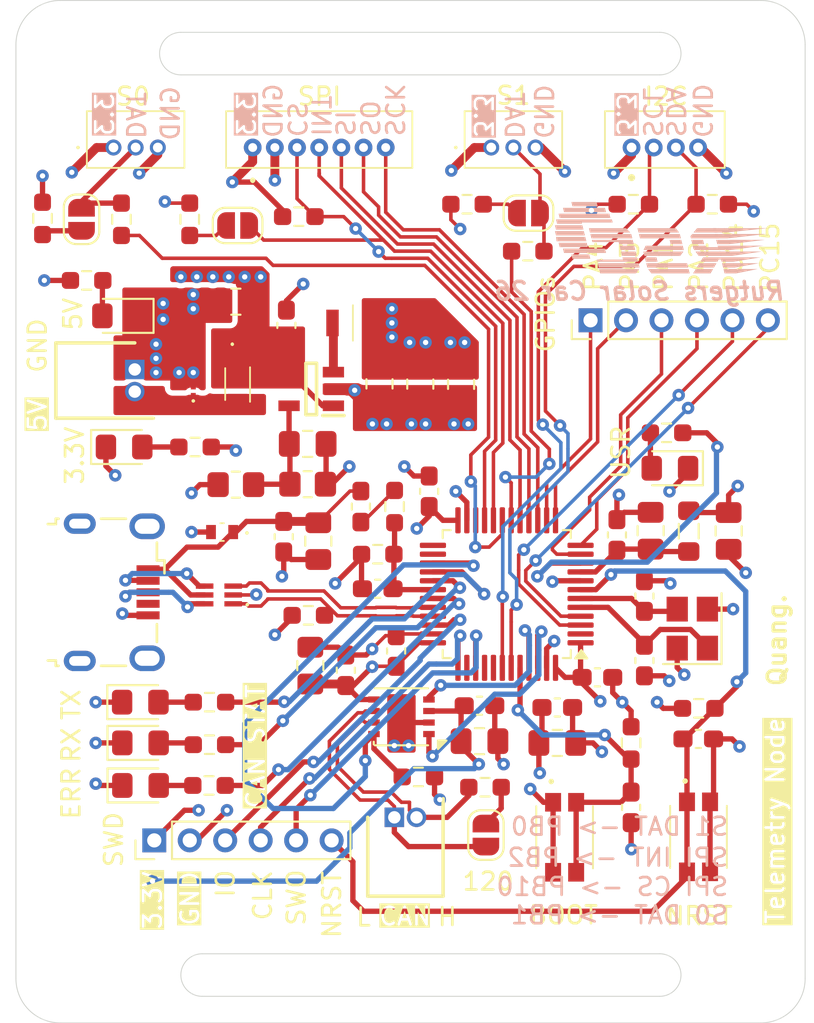
<source format=kicad_pcb>
(kicad_pcb (version 20241229) (generator "pcbnew") (generator_version "9.0")
  (layers (0 "F.Cu" signal) (4 "In1.Cu" signal) (6 "In2.Cu" signal) (2 "B.Cu" signal) (13 "F.Paste" user) (15 "B.Paste" user) (5 "F.SilkS" user "F.Silkscreen") (7 "B.SilkS" user "B.Silkscreen") (1 "F.Mask" user) (3 "B.Mask" user) (25 "Edge.Cuts" user))
  (net 0 "")
  (net 1 "GND")
  (net 2 "+5V")
  (net 3 "Net-(IC1-FB)")
  (net 4 "+5V In")
  (net 5 "Net-(IC1-SW)")
  (net 6 "+3.3V Buck")
  (net 7 "+3.3VA")
  (net 8 "/BOOT0")
  (net 9 "/NRST")
  (net 10 "VBUS")
  (net 11 "/USB_D-")
  (net 12 "/USB_D+")
  (net 13 "Net-(D6-A)")
  (net 14 "Net-(D7-A)")
  (net 15 "Net-(D11-A)")
  (net 16 "Net-(D12-A)")
  (net 17 "Net-(D15-A)")
  (net 18 "Net-(D16-A)")
  (net 19 "/HSE_IN")
  (net 20 "/HSE_OUT")
  (net 21 "/CAN_P")
  (net 22 "/CAN_N")
  (net 23 "Net-(JP1-A)")
  (net 25 "/CAN_S")
  (net 26 "/VSENSE_USB")
  (net 30 "/SWCLK")
  (net 31 "/SWDIO")
  (net 32 "/SWO")
  (net 33 "/CAN_RX")
  (net 34 "/PA0")
  (net 35 "/PA10")
  (net 36 "/CAN_TX")
  (net 37 "/PA8")
  (net 38 "/PB15")
  (net 40 "Net-(F2-Pad2)")
  (net 41 "Net-(IC2-I{slash}O1_2)")
  (net 42 "Net-(IC2-I{slash}O2_2)")
  (net 43 "/PB11")
  (net 44 "/PB1")
  (net 45 "/PB0")
  (net 52 "Net-(JP2-B)")
  (net 53 "Net-(JP2-A)")
  (net 54 "/SPI_MISO")
  (net 55 "/SPI_MOSI")
  (net 56 "/SPI_SCK")
  (net 57 "/I2C_SDA")
  (net 58 "/I2C_SCL")
  (net 59 "/SPI_INT")
  (net 60 "/SPI_CS")
  (net 61 "Net-(JP3-B)")
  (net 62 "Net-(JP4-B)")
  (net 63 "Net-(JP4-A)")
  (net 64 "/PA1")
  (net 65 "/PA3")
  (net 66 "/PA4")
  (net 67 "/PA2")
  (net 68 "/PC15")
  (net 69 "/PC14")
  (footprint "Capacitor_SMD:C_0805_2012Metric_Pad1.18x1.45mm_HandSolder" (layer "F.Cu") (at 208.6 57.4625 -90)
    (property "Reference" "C25" (hide yes))
    (property "Value" "1u" (hide yes))
  )
  (footprint "LED_SMD:LED_0805_2012Metric_Pad1.15x1.40mm_HandSolder" (layer "F.Cu") (at 189.4 53.6 180)
    (property "Reference" "D11" (hide yes))
    (property "Value" "LED" (hide yes))
  )
  (footprint "Resistor_SMD:R_0603_1608Metric_Pad0.98x0.95mm_HandSolder" (layer "F.Cu") (at 222 75.75 180)
    (property "Reference" "R5" (hide yes))
    (property "Value" "5.1k" (hide yes))
  )
  (footprint "Resistor_SMD:R_0603_1608Metric_Pad0.98x0.95mm_HandSolder" (layer "F.Cu") (at 193.6 61 180)
    (property "Reference" "R30" (hide yes))
    (property "Value" "120" (hide yes))
  )
  (footprint "Jumper:SolderJumper-2_P1.3mm_Open_RoundedPad1.0x1.5mm" (layer "F.Cu") (at 196 48.5 180)
    (property "Reference" "JP3" (hide yes))
    (property "Value" "SolderJumper_2_Open" (hide yes))
  )
  (footprint "Capacitor_SMD:C_0805_2012Metric_Pad1.18x1.45mm_HandSolder" (layer "F.Cu") (at 204 57.4375 -90)
    (property "Reference" "C23" (hide yes))
    (property "Value" "10u" (hide yes))
  )
  (footprint "Resistor_SMD:R_0603_1608Metric_Pad0.98x0.95mm_HandSolder" (layer "F.Cu") (at 193.3 48.15 -90)
    (property "Reference" "R12" (hide yes))
    (property "Value" "10k" (hide yes))
  )
  (footprint "Capacitor_SMD:C_0805_2012Metric_Pad1.18x1.45mm_HandSolder" (layer "F.Cu") (at 199.95 60.825)
    (property "Reference" "C22" (hide yes))
    (property "Value" "6.8p" (hide yes))
  )
  (footprint "SamacSys_Parts:SOT95P280X145-5N" (layer "F.Cu") (at 200.15 57.725 180)
    (property "Reference" "IC1" (hide yes))
    (property "Value" "TLV62569DBVR" (hide yes))
  )
  (footprint "SamacSys_Parts:SHDRRA2W35P0X125_1X2_425X550X350P" (layer "F.Cu") (at 204.8375 81.9 180)
    (property "Reference" "J4" (hide yes))
    (property "Value" "53048-0210" (hide yes))
  )
  (footprint "Resistor_SMD:R_0603_1608Metric_Pad0.98x0.95mm_HandSolder" (layer "F.Cu") (at 218.3125 47.3)
    (property "Reference" "R15" (hide yes))
    (property "Value" "4k7" (hide yes))
  )
  (footprint "Capacitor_SMD:C_0603_1608Metric_Pad1.08x0.95mm_HandSolder" (layer "F.Cu") (at 202.1 73.6 -90)
    (property "Reference" "C58" (hide yes))
    (property "Value" "100n" (hide yes))
  )
  (footprint "LED_SMD:LED_0805_2012Metric_Pad1.15x1.40mm_HandSolder" (layer "F.Cu") (at 190.525 80.1)
    (property "Reference" "D15" (hide yes))
    (property "Value" "CAN_ERR" (hide yes))
  )
  (footprint "SamacSys_Parts:530470410" (layer "F.Cu") (at 218.2125 44.1 180)
    (property "Reference" "J5" (hide yes))
    (property "Value" "53047-0410" (hide yes))
  )
  (footprint "Capacitor_SMD:C_0603_1608Metric_Pad1.08x0.95mm_HandSolder" (layer "F.Cu") (at 218.9375 69.4125 90)
    (property "Reference" "C18" (hide yes))
    (property "Value" "14p" (hide yes))
  )
  (footprint "SamacSys_Parts:LQM2HPZ3R3MJ0B" (layer "F.Cu") (at 202.5 54)
    (property "Reference" "L2" (hide yes))
    (property "Value" "2.2u" (hide yes))
  )
  (footprint "Resistor_SMD:R_0603_1608Metric_Pad0.98x0.95mm_HandSolder" (layer "F.Cu") (at 220.1875 60.2 180)
    (property "Reference" "R34" (hide yes))
    (property "Value" "470" (hide yes))
  )
  (footprint "LED_SMD:LED_0805_2012Metric_Pad1.15x1.40mm_HandSolder" (layer "F.Cu") (at 189.6 61)
    (property "Reference" "D12" (hide yes))
    (property "Value" "LED" (hide yes))
  )
  (footprint "Capacitor_SMD:C_0805_2012Metric_Pad1.18x1.45mm_HandSolder" (layer "F.Cu") (at 209.6375 77.6)
    (property "Reference" "C16" (hide yes))
    (property "Value" "10u" (hide yes))
  )
  (footprint "Resistor_SMD:R_0805_2012Metric_Pad1.20x1.40mm_HandSolder" (layer "F.Cu") (at 199.95 63.1)
    (property "Reference" "R10" (hide yes))
    (property "Value" "450k" (hide yes))
  )
  (footprint "Capacitor_SMD:C_0805_2012Metric_Pad1.18x1.45mm_HandSolder" (layer "F.Cu") (at 200.55 66.3125 -90)
    (property "Reference" "C2" (hide yes))
    (property "Value" "1u" (hide yes))
  )
  (footprint "SamacSys_Parts:SHDRRA2W35P0X125_1X2_425X550X350P" (layer "F.Cu") (at 190.2 56.625 90)
    (property "Reference" "J3" (hide yes))
    (property "Value" "53048-0210" (hide yes))
  )
  (footprint "Capacitor_SMD:C_0805_2012Metric_Pad1.18x1.45mm_HandSolder" (layer "F.Cu") (at 214.025 77.7 180)
    (property "Reference" "C7" (hide yes))
    (property "Value" "1u" (hide yes))
  )
  (footprint "Resistor_SMD:R_0603_1608Metric_Pad0.98x0.95mm_HandSolder" (layer "F.Cu") (at 222.7625 47.3 180)
    (property "Reference" "R16" (hide yes))
    (property "Value" "4k7" (hide yes))
  )
  (footprint "Resistor_SMD:R_0603_1608Metric_Pad0.98x0.95mm_HandSolder" (layer "F.Cu") (at 218.1875 77.7 -90)
    (property "Reference" "R4" (hide yes))
    (property "Value" "5.1k" (hide yes))
  )
  (footprint "Capacitor_SMD:C_0603_1608Metric_Pad1.08x0.95mm_HandSolder" (layer "F.Cu") (at 218.9375 73.05 -90)
    (property "Reference" "C12" (hide yes))
    (property "Value" "14p" (hide yes))
  )
  (footprint "Resistor_SMD:R_0603_1608Metric_Pad0.98x0.95mm_HandSolder" (layer "F.Cu") (at 203.9 67.05 180)
    (property "Reference" "R9" (hide yes))
    (property "Value" "82k" (hide yes))
  )
  (footprint "Resistor_SMD:R_0603_1608Metric_Pad0.98x0.95mm_HandSolder" (layer "F.Cu") (at 209.95 80.2 180)
    (property "Reference" "R13" (hide yes))
    (property "Value" "120" (hide yes))
  )
  (footprint "Resistor_SMD:R_0603_1608Metric_Pad0.98x0.95mm_HandSolder" (layer "F.Cu") (at 189.45 48.15 -90)
    (property "Reference" "R7" (hide yes))
    (property "Value" "33" (hide yes))
  )
  (footprint "Capacitor_SMD:C_0603_1608Metric_Pad1.08x0.95mm_HandSolder" (layer "F.Cu") (at 216.2875 74)
    (property "Reference" "C13" (hide yes))
    (property "Value" "100n" (hide yes))
  )
  (footprint "Connector_USB:USB_Micro-B_Wuerth_629105150521" (layer "F.Cu") (at 189.05 69.2 -90)
    (property "Reference" "J11" (hide yes))
    (property "Value" "USB_B_Micro")
  )
  (footprint "Resistor_SMD:R_0603_1608Metric_Pad0.98x0.95mm_HandSolder" (layer "F.Cu") (at 187.4875 51.6)
    (property "Reference" "R29" (hide yes))
    (property "Value" "470" (hide yes))
  )
  (footprint "SamacSys_Parts:530470310" (layer "F.Cu") (at 189 44.1 180)
    (property "Reference" "J14" (hide yes))
    (property "Value" "S1" (hide yes))
  )
  (footprint "Capacitor_SMD:C_0603_1608Metric_Pad1.08x0.95mm_HandSolder" (layer "F.Cu") (at 217.3875 65.9625 90)
    (property "Reference" "C8" (hide yes))
    (property "Value" "10n" (hide yes))
  )
  (footprint "Capacitor_SMD:C_0603_1608Metric_Pad1.08x0.95mm_HandSolder" (layer "F.Cu") (at 218.1875 81.3375 -90)
    (property "Reference" "C11" (hide yes))
    (property "Value" "100n" (hide yes))
  )
  (footprint "Resistor_SMD:R_0603_1608Metric_Pad0.98x0.95mm_HandSolder" (layer "F.Cu") (at 204.85 64.3625 -90)
    (property "Reference" "R6" (hide yes))
    (property "Value" "33k" (hide yes))
  )
  (footprint "Capacitor_SMD:C_0603_1608Metric_Pad1.08x0.95mm_HandSolder" (layer "F.Cu") (at 209.6375 75.6)
    (property "Reference" "C17" (hide yes))
    (property "Value" "100n" (hide yes))
  )
  (footprint "Capacitor_SMD:C_0603_1608Metric_Pad1.08x0.95mm_HandSolder" (layer "F.Cu") (at 198.75 54.1375 90)
    (property "Reference" "C21" (hide yes))
    (property "Value" "100n" (hide yes))
  )
  (footprint "Jumper:SolderJumper-2_P1.3mm_Open_RoundedPad1.0x1.5mm" (layer "F.Cu") (at 212.4 47.8)
    (property "Reference" "JP4" (hide yes))
    (property "Value" "SolderJumper_2_Open" (hide yes))
  )
  (footprint "Connector_PinHeader_2.00mm:PinHeader_1x06_P2.00mm_Vertical" (layer "F.Cu") (at 215.9 53.85 90)
    (property "Reference" "J6" (hide yes))
    (property "Value" "Conn_01x06_Pin" (hide yes))
  )
  (footprint "Resistor_SMD:R_0603_1608Metric_Pad0.98x0.95mm_HandSolder" (layer "F.Cu") (at 208.9375 47.3)
    (property "Reference" "R17" (hide yes))
    (property "Value" "Undecided" (hide yes))
  )
  (footprint "MountingHole:MountingHole_2.2mm_M2" (layer "F.Cu") (at 225.5 91)
    (property "Reference" "H3" (hide yes))
    (property "Value" "MountingHole" (hide yes))
  )
  (footprint "LED_SMD:LED_0805_2012Metric_Pad1.15x1.40mm_HandSolder" (layer "F.Cu") (at 190.5125 75.4)
    (property "Reference" "D6" (hide yes))
    (property "Value" "TX" (hide yes))
  )
  (footprint "Capacitor_SMD:C_0805_2012Metric_Pad1.18x1.45mm_HandSolder" (layer "F.Cu") (at 195.9 52.8)
    (property "Reference" "C20" (hide yes))
    (property "Value" "10u" (hide yes))
  )
  (footprint "Package_QFP:LQFP-48_7x7mm_P0.5mm" (layer "F.Cu") (at 211.175 69.3 180)
    (property "Reference" "U1" (hide yes))
    (property "Value" "STM32F103C4Tx" (hide yes))
  )
  (footprint "Capacitor_SMD:C_0603_1608Metric_Pad1.08x0.95mm_HandSolder" (layer "F.Cu") (at 214.025 75.7 180)
    (property "Reference" "C6" (hide yes))
    (property "Value" "100n" (hide yes))
  )
  (footprint "Resistor_SMD:R_0603_1608Metric_Pad0.98x0.95mm_HandSolder" (layer "F.Cu") (at 212.3625 49.95 180)
    (property "Reference" "R18" (hide yes))
    (property "Value" "33" (hide yes))
  )
  (footprint "LED_SMD:LED_0805_2012Metric_Pad1.15x1.40mm_HandSolder" (layer "F.Cu") (at 220.375 62.2 180)
    (property "Reference" "D16" (hide yes))
    (property "Value" "USER LED 1" (hide yes))
  )
  (footprint "Resistor_SMD:R_0603_1608Metric_Pad0.98x0.95mm_HandSolder" (layer "F.Cu") (at 194.4125 77.8 180)
    (property "Reference" "R32" (hide yes))
    (property "Value" "470" (hide yes))
  )
  (footprint "Fuse:Fuse_0603_1608Metric_Pad1.05x0.95mm_HandSolder" (layer "F.Cu") (at 202.95 64.3625 -90)
    (property "Reference" "F2" (hide yes))
    (property "Value" "Fuse" (hide yes))
  )
  (footprint "Capacitor_SMD:C_0603_1608Metric_Pad1.08x0.95mm_HandSolder" (layer "F.Cu") (at 206.8 63.5 90)
    (property "Reference" "C14" (hide yes))
    (property "Value" "100n" (hide yes))
  )
  (footprint "Capacitor_SMD:C_0603_1608Metric_Pad1.08x0.95mm_HandSolder" (layer "F.Cu") (at 204.9375 72.5125 90)
    (property "Reference" "C5" (hide yes))
    (property "Value" "100n" (hide yes))
  )
  (footprint "Resistor_SMD:R_0603_1608Metric_Pad0.98x0.95mm_HandSolder" (layer "F.Cu") (at 194.4125 75.4 180)
    (property "Reference" "R8" (hide yes))
    (property "Value" "470" (hide yes))
  )
  (footprint "Inductor_SMD:L_0805_2012Metric_Pad1.05x1.20mm_HandSolder" (layer "F.Cu") (at 221.4375 65.75 90)
    (property "Reference" "FB1" (hide yes))
    (property "Value" "120R" (hide yes))
  )
  (footprint "SamacSys_Parts:SKTHAHE010" (layer "F.Cu") (at 214.4375 83.025 -90)
    (property "Reference" "S4" (hide yes))
    (property "Value" "SKTHAHE010" (hide yes))
  )
  (footprint "Capacitor_SMD:C_0603_1608Metric_Pad1.08x0.95mm_HandSolder" (layer "F.Cu") (at 198.6 66.0625 -90)
    (property "Reference" "C1" (hide yes))
    (property "Value" "100n" (hide yes))
  )
  (footprint "SamacSys_Parts:530470310" (layer "F.Cu") (at 210.3 44.1 180)
    (property "Reference" "J15" (hide yes))
    (property "Value" "S2" (hide yes))
  )
  (footprint "SamacSys_Parts:USBLC62P6" (layer "F.Cu") (at 194.945 69.35 90)
    (property "Reference" "IC2" (hide yes))
    (property "Value" "USBLC6-2P6" (hide yes))
  )
  (footprint "SamacSys_Parts:530470710" (layer "F.Cu") (at 196.85 44.1 180)
    (property "Reference" "J1" (hide yes))
    (property "Value" "53047-0710" (hide yes))
  )
  (footprint "Resistor_SMD:R_0603_1608Metric_Pad0.98x0.95mm_HandSolder" (layer "F.Cu") (at 199.45 48 180)
    (property "Reference" "R11" (hide yes))
    (property "Value" "10k" (hide yes))
  )
  (footprint "MountingHole:MountingHole_2.2mm_M2" (layer "F.Cu") (at 186 38.3)
    (property "Reference" "H1" (hide yes))
    (property "Value" "MountingHole" (hide yes))
  )
  (footprint "SamacSys_Parts:CUHS20S40H3F" (layer "F.Cu") (at 196 57.45 -90)
    (property "Reference" "D3" (hide yes))
    (property "Value" "CUHS20S30,H3F" (hide yes))
  )
  (footprint "Connector_PinHeader_2.00mm:PinHeader_1x06_P2.00mm_Vertical" (layer "F.Cu") (at 191.3 83.2 90)
    (property "Reference" "J2" (hide yes))
    (property "Value" "SWD" (hide yes))
  )
  (footprint "Resistor_SMD:R_0603_1608Metric_Pad0.98x0.95mm_HandSolder" (layer "F.Cu") (at 206.1925 79.62)
    (property "Reference" "R1" (hide yes))
    (property "Value" "10k" (hide yes))
  )
  (footprint "Capacitor_SMD:C_0805_2012Metric_Pad1.18x1.45mm_HandSolder" (layer "F.Cu") (at 206.3 57.45 -90)
    (property "Reference" "C24" (hide yes))
    (property "Value" "10u" (hide yes))
  )
  (footprint "LED_SMD:LED_0805_2012Metric_Pad1.15x1.40mm_HandSolder" (layer "F.Cu") (at 190.5225 77.7)
    (property "Reference" "D7" (hide yes))
    (property "Value" "RX" (hide yes))
  )
  (footprint "MountingHole:MountingHole_2.2mm_M2" (layer "F.Cu") (at 186 91)
    (property "Reference" "H4" (hide yes))
    (property "Value" "MountingHole" (hide yes))
  )
  (footprint "Jumper:SolderJumper-2_P1.3mm_Open_RoundedPad1.0x1.5mm" (layer "F.Cu") (at 210 82.9 -90)
    (property "Reference" "JP1" (hide yes))
    (property "Value" "SolderJumper_2_Open" (hide yes))
  )
  (footprint "Resistor_SMD:R_0603_1608Metric_Pad0.98x0.95mm_HandSolder" (layer "F.Cu") (at 194.3875 80.1 180)
    (property "Reference" "R33" (hide yes))
    (property "Value" "470" (hide yes))
  )
  (footprint "Capacitor_SMD:C_0805_2012Metric_Pad1.18x1.45mm_HandSolder" (layer "F.Cu") (at 223.6875 65.7375 -90)
    (property "Reference" "C10" (hide yes))
    (property "Value" "1u" (hide yes))
  )
  (footprint "Resistor_SMD:R_0603_1608Metric_Pad0.98x0.95mm_HandSolder" (layer "F.Cu") (at 185 48.1 -90)
    (property "Reference" "R2" (hide yes))
    (property "Value" "Undecided" (hide yes))
  )
  (footprint "SamacSys_Parts:ESDA7P601U1M" (layer "F.Cu") (at 195.125 65.8 180)
    (property "Reference" "D2" (hide yes))
    (property "Value" "ESDA7P60-1U1M" (hide yes))
  )
  (footprint "SamacSys_Parts:PMEG3005AESFYL" (layer "F.Cu") (at 193.5 58 90)
    (property "Reference" "D1" (hide yes))
    (property "Value" "PESD5V0X1BCSFYL" (hide yes))
  )
  (footprint "Capacitor_SMD:C_0805_2012Metric_Pad1.18x1.45mm_HandSolder" (layer "F.Cu") (at 200.1 73.3375 -90)
    (property "Reference" "C59" (hide yes))
    (property "Value" "10u" (hide yes))
  )
  (footprint "Resistor_SMD:R_0805_2012Metric_Pad1.20x1.40mm_HandSolder" (layer "F.Cu") (at 195.9 63.125)
    (property "Reference" "R14" (hide yes))
    (property "Value" "100k" (hide yes))
  )
  (footprint "MountingHole:MountingHole_2.2mm_M2" (layer "F.Cu") (at 225.5 38.3)
    (property "Reference" "H2" (hide yes))
    (property "Value" "MountingHole" (hide yes))
  )
  (footprint "Resistor_SMD:R_0603_1608Metric_Pad0.98x0.95mm_HandSolder" (layer "F.Cu") (at 199.9875 70.5)
    (property "Reference" "R3" (hide yes))
    (property "Value" "1k5" (hide yes))
  )
  (footprint "Capacitor_SMD:C_0603_1608Metric_Pad1.08x0.95mm_HandSolder" (layer "F.Cu") (at 203.9 69 180)
    (property "Reference" "C19" (hide yes))
    (property "Value" "100n" (hide yes))
  )
  (footprint "Capacitor_SMD:C_0603_1608Metric_Pad1.08x0.95mm_HandSolder" (layer "F.Cu") (at 221.975 77.475)
    (property "Reference" "C15" (hide yes))
    (property "Value" "100n" (hide yes))
  )
  (footprint "Package_DFN_QFN:DFN-8-1EP_3x3mm_P0.65mm_EP1.55x2.4mm" (layer "F.Cu") (at 205.2375 76.225 180)
    (property "Reference" "U2" (hide yes))
    (property "Value" "TJA1051TK-3" (hide yes))
  )
  (footprint "Jumper:SolderJumper-2_P1.3mm_Open_RoundedPad1.0x1.5mm" (layer "F.Cu") (at 187.2 48.15 90)
    (property "Reference" "JP2" (hide yes))
    (property "Value" "SolderJumper_2_Open" (hide yes))
  )
  (footprint "Capacitor_SMD:C_0805_2012Metric_Pad1.18x1.45mm_HandSolder" (layer "F.Cu") (at 219.2875 65.725 90)
    (property "Reference" "C9" (hide yes))
    (property "Value" "1u" (hide yes))
  )
  (footprint "SamacSys_Parts:SKTHAHE010" (layer "F.Cu") (at 221.9875 83 -90)
    (property "Reference" "S3" (hide yes))
    (property "Value" "SKTHAHE010" (hide yes))
  )
  (footprint "Crystal:Crystal_SMD_3225-4Pin_3.2x2.5mm" (layer "F.Cu") (at 221.6375 71.25 90)
    (property "Reference" "Y1" (hide yes))
    (property "Value" "16MHz" (hide yes))
  )
  (gr_poly (pts (xy 221.638188 49.556656) (xy 222.303747 49.556656) (xy 222.241834 49.309403) (xy 221.579847 49.309403)) (fill yes) (layer "B.SilkS"))
  (gr_poly (pts (xy 223.940856 50.544875) (xy 223.950778 50.544081) (xy 225.485097 50.298019) (xy 223.858306 50.298019)) (fill yes) (layer "B.SilkS"))
  (gr_poly (pts (xy 222.962559 49.22725) (xy 223.621769 49.22725) (xy 223.621372 49.226059) (xy 223.559856 48.979997) (xy 222.900647 48.979997)) (fill yes) (layer "B.SilkS"))
  (gr_poly (pts (xy 221.886631 50.874678) (xy 222.859769 50.874678) (xy 223.003834 50.627425) (xy 222.041015 50.627425)) (fill yes) (layer "B.SilkS"))
  (gr_poly (pts (xy 213.953498 49.062547) (xy 215.582272 49.062547) (xy 215.520756 48.815294) (xy 213.891585 48.815294)) (fill yes) (layer "B.SilkS"))
  (gr_poly (pts (xy 221.696131 49.803512) (xy 221.75606 49.886062) (xy 223.216956 49.886062) (xy 223.178856 49.721359) (xy 222.437494 49.721359) (xy 222.354944 49.638809) (xy 221.657238 49.638809)) (fill yes) (layer "B.SilkS"))
  (gr_poly (pts (xy 214.406332 50.050765) (xy 216.774484 50.050765) (xy 216.712969 49.803512) (xy 214.344817 49.803512)) (fill yes) (layer "B.SilkS"))
  (gr_poly (pts (xy 215.950969 49.228044) (xy 218.25721 49.228044) (xy 218.195297 48.980791) (xy 215.889056 48.980791)) (fill yes) (layer "B.SilkS"))
  (gr_poly (pts (xy 222.092609 50.544875) (xy 223.051856 50.544875) (xy 223.195922 50.298019) (xy 222.246994 50.298019)) (fill yes) (layer "B.SilkS"))
  (gr_poly (pts (xy 222.84945 50.421447) (xy 223.549537 50.421447) (xy 223.549537 50.298019) (xy 222.84945 50.298019)) (fill yes) (layer "B.SilkS"))
  (gr_poly (pts (xy 223.5289 48.897447) (xy 223.539219 48.896653) (xy 225.897053 48.650591) (xy 223.44635 48.650591)) (fill yes) (layer "B.SilkS"))
  (gr_poly (pts (xy 223.291966 50.544875) (xy 223.951175 50.544875) (xy 223.889262 50.298019) (xy 223.23045 50.298019)) (fill yes) (layer "B.SilkS"))
  (gr_poly (pts (xy 224.105559 51.204084) (xy 224.115481 51.202894) (xy 225.320394 50.956831) (xy 224.023009 50.956831)) (fill yes) (layer "B.SilkS"))
  (gr_poly (pts (xy 218.607253 48.898637) (xy 220.893253 48.898637) (xy 220.707516 48.651384) (xy 218.54534 48.651384)) (fill yes) (layer "B.SilkS"))
  (gr_poly (pts (xy 216.362528 50.875472) (xy 218.669166 50.875472) (xy 218.607254 50.628218) (xy 216.301013 50.628218)) (fill yes) (layer "B.SilkS"))
  (gr_poly (pts (xy 214.159475 48.079091) (xy 217.021738 48.079091) (xy 216.959825 47.831837) (xy 214.097563 47.831837)) (fill yes) (layer "B.SilkS"))
  (gr_poly (pts (xy 223.209813 50.215469) (xy 223.868625 50.215469) (xy 223.868228 50.214675) (xy 223.807109 49.968612) (xy 223.1479 49.968612)) (fill yes) (layer "B.SilkS"))
  (gr_poly (pts (xy 214.159475 49.721359) (xy 215.746976 49.721359) (xy 215.68546 49.474106) (xy 214.097563 49.474106)) (fill yes) (layer "B.SilkS"))
  (gr_poly (pts (xy 219.019209 50.546065) (xy 219.678022 50.546065) (xy 219.616506 50.298812) (xy 218.957297 50.298812)) (fill yes) (layer "B.SilkS"))
  (gr_poly (pts (xy 219.101363 50.875472) (xy 221.408 50.875472) (xy 221.346088 50.628218) (xy 219.039847 50.628218)) (fill yes) (layer "B.SilkS"))
  (gr_poly (pts (xy 214.8802 50.380172) (xy 215.889453 50.380172) (xy 215.82119 50.133315) (xy 214.818289 50.133315)) (fill yes) (layer "B.SilkS"))
  (gr_poly (pts (xy 223.04511 49.556656) (xy 223.703922 49.556656) (xy 223.703525 49.555862) (xy 223.642009 49.309403) (xy 222.983197 49.309403)) (fill yes) (layer "B.SilkS"))
  (gr_poly (pts (xy 214.015013 48.403337) (xy 215.41757 48.403337) (xy 215.400107 48.333091) (xy 217.148341 48.333091) (xy 217.103891 48.156481) (xy 213.953498 48.156481)) (fill yes) (layer "B.SilkS"))
  (gr_poly (pts (xy 223.858306 50.215469) (xy 223.868228 50.214675) (xy 225.567647 49.968612) (xy 223.776153 49.968612)) (fill yes) (layer "B.SilkS"))
  (gr_poly (pts (xy 224.023009 50.874678) (xy 224.033328 50.873487) (xy 225.402944 50.627425) (xy 223.940856 50.627425)) (fill yes) (layer "B.SilkS"))
  (gr_poly (pts (xy 223.776153 49.886062) (xy 223.786075 49.885268) (xy 225.6498 49.638809) (xy 223.693603 49.638809)) (fill yes) (layer "B.SilkS"))
  (gr_poly (pts (xy 217.68055 50.216262) (xy 218.504463 50.216262) (xy 218.44255 49.969406) (xy 217.619034 49.969406)) (fill yes) (layer "B.SilkS"))
  (gr_poly (pts (xy 221.702878 48.897447) (xy 223.061778 48.897447) (xy 222.985578 48.650591) (xy 221.908857 48.650591)) (fill yes) (layer "B.SilkS"))
  (gr_poly (pts (xy 218.93666 50.216262) (xy 220.955166 50.216262) (xy 221.140507 49.969406) (xy 218.875144 49.969406)) (fill yes) (layer "B.SilkS"))
  (gr_poly (pts (xy 221.531428 49.103425) (xy 221.5604 49.22725) (xy 222.272791 49.22725) (xy 222.396219 49.22725) (xy 223.137581 49.22725) (xy 223.086781 48.979997) (xy 221.634219 48.979997)) (fill yes) (layer "B.SilkS"))
  (gr_poly (pts (xy 219.327978 51.204878) (xy 221.490153 51.204878) (xy 221.428638 50.957625) (xy 219.142638 50.957625)) (fill yes) (layer "B.SilkS"))
  (gr_poly (pts (xy 217.732144 50.422241) (xy 216.249419 50.422241) (xy 216.280376 50.546065) (xy 218.586616 50.546065) (xy 218.5251 50.298812) (xy 217.701188 50.298812)) (fill yes) (layer "B.SilkS"))
  (gr_poly (pts (xy 221.995772 50.215469) (xy 223.292759 50.215469) (xy 223.236006 49.968612) (xy 221.815987 49.968612)) (fill yes) (layer "B.SilkS"))
  (gr_poly (pts (xy 213.986834 49.391953) (xy 215.664822 49.391953) (xy 215.602909 49.1447) (xy 213.953498 49.1447)) (fill yes) (layer "B.SilkS"))
  (gr_poly (pts (xy 214.406332 47.749684) (xy 216.774484 47.749684) (xy 216.712969 47.502431) (xy 214.344817 47.502431)) (fill yes) (layer "B.SilkS"))
  (gr_poly (pts (xy 218.689803 49.228044) (xy 220.996044 49.228044) (xy 220.934528 48.980791) (xy 218.627891 48.980791)) (fill yes) (layer "B.SilkS"))
  (gr_poly (pts (xy 223.693603 49.556656) (xy 223.703525 49.555862) (xy 225.73235 49.309403) (xy 223.61145 49.309403)) (fill yes) (layer "B.SilkS"))
  (gr_poly (pts (xy 217.598397 49.886856) (xy 218.421912 49.886856) (xy 218.36 49.64) (xy 217.536485 49.64)) (fill yes) (layer "B.SilkS"))
  (gr_poly (pts (xy 213.953498 48.732744) (xy 215.50012 48.732744) (xy 215.438207 48.485887) (xy 213.891585 48.485887)) (fill yes) (layer "B.SilkS"))
  (gr_poly (pts (xy 214.8802 47.420278) (xy 216.301013 47.420278) (xy 216.2391 47.173025) (xy 214.818289 47.173025)) (fill yes) (layer "B.SilkS"))
  (gr_poly (pts (xy 223.374516 50.874678) (xy 224.033328 50.874678) (xy 224.033328 50.873487) (xy 223.971813 50.627425) (xy 223.312603 50.627425)) (fill yes) (layer "B.SilkS"))
  (gr_poly (pts (xy 222.880406 48.897447) (xy 223.539219 48.897447) (xy 223.539219 48.896653) (xy 223.477306 48.650591) (xy 222.818494 48.650591)) (fill yes) (layer "B.SilkS"))
  (gr_poly (pts (xy 218.885463 49.886856) (xy 221.160747 49.886856) (xy 221.099231 49.64) (xy 219.008891 49.64)) (fill yes) (layer "B.SilkS"))
  (gr_poly (pts (xy 216.002166 49.434022) (xy 217.484891 49.434022) (xy 217.515848 49.55745) (xy 218.33976 49.55745) (xy 218.277847 49.310197) (xy 215.971607 49.310197)) (fill yes) (layer "B.SilkS"))
  (gr_poly (pts (xy 223.456669 51.204084) (xy 224.115878 51.204084) (xy 224.053966 50.956831) (xy 223.395153 50.956831)) (fill yes) (layer "B.SilkS"))
  (gr_poly (pts (xy 215.868419 48.898637) (xy 218.1441 48.898637) (xy 217.896847 48.651384) (xy 215.806904 48.651384)) (fill yes) (layer "B.SilkS"))
  (gr_poly (pts (xy 221.680653 51.204084) (xy 222.667285 51.204084) (xy 222.811747 50.956831) (xy 221.835038 50.956831)) (fill yes) (layer "B.SilkS"))
  (gr_poly (pts (xy 220.419384 49.55745) (xy 221.078594 49.55745) (xy 221.016681 49.310197) (xy 220.357869 49.310197)) (fill yes) (layer "B.SilkS"))
  (gr_poly (pts (xy 223.61145 49.22725) (xy 223.621372 49.226059) (xy 225.814503 48.979997) (xy 223.5289 48.979997)) (fill yes) (layer "B.SilkS"))
  (gr_poly (pts (xy 216.445078 51.204878) (xy 218.463188 51.204878) (xy 218.648528 50.957625) (xy 216.383166 50.957625)) (fill yes) (layer "B.SilkS"))
  (gr_poly (pts (xy 223.127262 49.886062) (xy 223.786472 49.886062) (xy 223.786075 49.885268) (xy 223.724559 49.638809) (xy 223.065747 49.638809)) (fill yes) (layer "B.SilkS"))
  (gr_line (start 228 90.982233) (end 228 38.3) (stroke (width 0.05)) (layer "Edge.Cuts"))
  (gr_line (start 183.5 38.3) (end 183.5 91) (stroke (width 0.05)) (layer "Edge.Cuts"))
  (gr_arc (start 219.8 37.6) (mid 221 38.8) (end 219.8 40) (stroke (width 0.05)) (layer "Edge.Cuts"))
  (gr_arc (start 192.8 40) (mid 191.6 38.8) (end 192.8 37.6) (stroke (width 0.05)) (layer "Edge.Cuts"))
  (gr_line (start 219.8 40) (end 192.8 40) (stroke (width 0.05)) (layer "Edge.Cuts"))
  (gr_line (start 219.8 92) (end 194 92) (stroke (width 0.05)) (layer "Edge.Cuts"))
  (gr_arc (start 194 92) (mid 192.8 90.8) (end 194 89.6) (stroke (width 0.05)) (layer "Edge.Cuts"))
  (gr_arc (start 219.8 89.6) (mid 221 90.8) (end 219.8 92) (stroke (width 0.05)) (layer "Edge.Cuts"))
  (gr_arc (start 225.5 35.8) (mid 227.267767 36.532233) (end 228 38.3) (stroke (width 0.05)) (layer "Edge.Cuts"))
  (gr_line (start 186 93.5) (end 225.5 93.5) (stroke (width 0.05)) (layer "Edge.Cuts"))
  (gr_line (start 225.5 35.8) (end 186 35.8) (stroke (width 0.05)) (layer "Edge.Cuts"))
  (gr_line (start 192.8 37.6) (end 219.8 37.6) (stroke (width 0.05)) (layer "Edge.Cuts"))
  (gr_arc (start 186 93.5) (mid 184.232233 92.767767) (end 183.5 91) (stroke (width 0.05)) (layer "Edge.Cuts"))
  (gr_line (start 194 89.6) (end 219.8 89.6) (stroke (width 0.05)) (layer "Edge.Cuts"))
  (gr_arc (start 183.5 38.3) (mid 184.232233 36.532233) (end 186 35.8) (stroke (width 0.05)) (layer "Edge.Cuts"))
  (gr_arc (start 227.999937 90.982233) (mid 227.274038 92.761474) (end 225.5 93.5) (stroke (width 0.05)) (layer "Edge.Cuts"))
  (gr_text "TX" (at 187.2 76.5 90) (layer "F.SilkS") (effects (font (size 1 1)) (justify left bottom)))
  (gr_text "USR" (at 218.2 62.9 90) (layer "F.SilkS") (effects (font (size 1 1)) (justify left bottom)))
  (gr_text "S0" (at 189.05 41.8 0) (layer "F.SilkS") (effects (font (size 1 1)) (justify left bottom)))
  (gr_text "5V" (at 185.3 60.2 90) (layer "F.SilkS" knockout) (effects (font (size 1 1)) (justify left bottom)))
  (gr_text "SWD" (at 189.6 84.8 90) (layer "F.SilkS") (effects (font (size 1 1)) (justify left bottom)))
  (gr_text "IO" (at 195.9 86.5 90) (layer "F.SilkS") (effects (font (size 1 1)) (justify left bottom)))
  (gr_text "PA3" (at 218.7 52.3 90) (layer "F.SilkS") (effects (font (size 1 1)) (justify left bottom)))
  (gr_text "3.3V" (at 191.8 88.3 90) (layer "F.SilkS" knockout) (effects (font (size 1 1)) (justify left bottom)))
  (gr_text "NRST" (at 220.05 88.05 0) (layer "F.SilkS") (effects (font (size 1 1)) (justify left bottom)))
  (gr_text "PA4" (at 216.65 52.3 90) (layer "F.SilkS") (effects (font (size 1 1)) (justify left bottom)))
  (gr_text "CLK" (at 198 87.8 90) (layer "F.SilkS") (effects (font (size 1 1)) (justify left bottom)))
  (gr_text "GPIOs" (at 213.95 55.75 90) (layer "F.SilkS") (effects (font (size 1 1)) (justify left bottom)))
  (gr_text "NRST" (at 201.9 88.8 90) (layer "F.SilkS") (effects (font (size 1 1)) (justify left bottom)))
  (gr_text "ERR" (at 187.2 82.1 90) (layer "F.SilkS") (effects (font (size 1 1)) (justify left bottom)))
  (gr_text "L" (at 202.6 88.12 0) (layer "F.SilkS") (effects (font (size 1 1)) (justify left bottom)))
  (gr_text "PC15" (at 226.6 52.35 90) (layer "F.SilkS") (effects (font (size 1 1)) (justify left bottom)))
  (gr_text "120" (at 208.6 86.1 0) (layer "F.SilkS") (effects (font (size 1 1)) (justify left bottom)))
  (gr_text "GND" (at 185.3 56.9 90) (layer "F.SilkS") (effects (font (size 1 1)) (justify left bottom)))
  (gr_text "CAN" (at 203.89 88.07 0) (layer "F.SilkS" knockout) (effects (font (size 1 1)) (justify left bottom)))
  (gr_text "5V" (at 187.3 54.5 90) (layer "F.SilkS") (effects (font (size 1 1)) (justify left bottom)))
  (gr_text "3.3V" (at 187.4 63.2 90) (layer "F.SilkS") (effects (font (size 1 1)) (justify left bottom)))
  (gr_text "I2C" (at 218.85 41.8 0) (layer "F.SilkS") (effects (font (size 1 1)) (justify left bottom)))
  (gr_text "SPI" (at 199.3 41.8 0) (layer "F.SilkS") (effects (font (size 1 1)) (justify left bottom)))
  (gr_text "RX" (at 187.2 78.9 90) (layer "F.SilkS") (effects (font (size 1 1)) (justify left bottom)))
  (gr_text "Telemetry Node" (at 226.9 88 90) (layer "F.SilkS" knockout) (effects (font (size 1 1)) (justify left bottom)))
  (gr_text "H" (at 207.2 88.1 0) (layer "F.SilkS") (effects (font (size 1 1)) (justify left bottom)))
  (gr_text "PA1" (at 220.6 52.3 90) (layer "F.SilkS") (effects (font (size 1 1)) (justify left bottom)))
  (gr_text "Quang." (at 227 74.6 90) (layer "F.SilkS") (effects (font (size 1 1) (thickness 0.2) (bold yes)) (justify left bottom)))
  (gr_text "PC14" (at 224.55 52.35 90) (layer "F.SilkS") (effects (font (size 1 1)) (justify left bottom)))
  (gr_text "GND" (at 193.9 88.1 90) (layer "F.SilkS" knockout) (effects (font (size 1 1)) (justify left bottom)))
  (gr_text "S1" (at 210.5 41.75 0) (layer "F.SilkS") (effects (font (size 1 1)) (justify left bottom)))
  (gr_text "PA2" (at 222.6 52.3 90) (layer "F.SilkS") (effects (font (size 1 1)) (justify left bottom)))
  (gr_text "CAN STAT" (at 197.6 81.5 90) (layer "F.SilkS" knockout) (effects (font (size 1 1)) (justify left bottom)))
  (gr_text "SWO" (at 199.9 88.1 90) (layer "F.SilkS") (effects (font (size 1 1)) (justify left bottom)))
  (gr_text "BOOT" (at 212.35 88 0) (layer "F.SilkS") (effects (font (size 1 1)) (justify left bottom)))
  (gr_text "GND" (at 192.8 40.55 90) (layer "B.SilkS") (effects (font (size 1 1)) (justify left bottom mirror)))
  (gr_text "SO" (at 202.85 43.55 270) (layer "B.SilkS") (effects (font (size 1 1)) (justify left bottom mirror)))
  (gr_text "3.3" (at 189.1 40.95 90) (layer "B.SilkS" knockout) (effects (font (size 1 1)) (justify left bottom mirror)))
  (gr_text "GND" (at 212.65 43.7 270) (layer "B.SilkS") (effects (font (size 1 1)) (justify left bottom mirror)))
  (gr_text "DAT" (at 211 43.7 270) (layer "B.SilkS") (effects (font (size 1 1)) (justify left bottom mirror)))
  (gr_text "3.3" (at 217.3 43.5 270) (layer "B.SilkS" knockout) (effects (font (size 1 1)) (justify left bottom mirror)))
  (gr_text "S0 DAT -> PB1" (at 223.75 88 0) (layer "B.SilkS") (effects (font (size 1 1)) (justify left bottom mirror)))
  (gr_text "INT" (at 200.1 43.55 270) (layer "B.SilkS") (effects (font (size 1 1)) (justify left bottom mirror)))
  (gr_text "SDA" (at 220.1 43.6 270) (layer "B.SilkS") (effects (font (size 1 1)) (justify left bottom mirror)))
  (gr_text "SCL" (at 218.8 43.6 270) (layer "B.SilkS") (effects (font (size 1 1)) (justify left bottom mirror)))
  (gr_text "DAT" (at 189.65 43.7 270) (layer "B.SilkS") (effects (font (size 1 1)) (justify left bottom mirror)))
  (gr_text "CS" (at 198.75 43.6 270) (layer "B.SilkS") (effects (font (size 1 1)) (justify left bottom mirror)))
  (gr_text "SPI INT -> PB2" (at 223.75 84.75 0) (layer "B.SilkS") (effects (font (size 1 1)) (justify left bottom mirror)))
  (gr_text "Rutgers Solar Car 26" (at 226.96 52.79 0) (layer "B.SilkS") (effects (font (size 1 1) (thickness 0.2) (bold yes) (italic yes)) (justify left bottom mirror)))
  (gr_text "3.3" (at 209.25 43.6 270) (layer "B.SilkS" knockout) (effects (font (size 1 1)) (justify left bottom mirror)))
  (gr_text "GND" (at 198.6 40.4 90) (layer "B.SilkS") (effects (font (size 1 1)) (justify left bottom mirror)))
  (gr_text "SPI CS -> PB10" (at 223.75 86.4 0) (layer "B.SilkS") (effects (font (size 1 1)) (justify left bottom mirror)))
  (gr_text "SI" (at 201.45 43.55 270) (layer "B.SilkS") (effects (font (size 1 1)) (justify left bottom mirror)))
  (gr_text "3.3" (at 197.1 40.95 90) (layer "B.SilkS" knockout) (effects (font (size 1 1)) (justify left bottom mirror)))
  (gr_text "S1 DAT -> PB0" (at 223.75 83 0) (layer "B.SilkS") (effects (font (size 1 1)) (justify left bottom mirror)))
  (gr_text "SCK" (at 204.25 43.55 270) (layer "B.SilkS") (effects (font (size 1 1)) (justify left bottom mirror)))
  (gr_text "GND" (at 221.6 43.65 270) (layer "B.SilkS") (effects (font (size 1 1)) (justify left bottom mirror)))
  (segment (start 217.15 74.8625) (end 217.6875 75.4) (width 0.3) (layer "F.Cu") (net 1))
  (segment (start 193.3 83.2) (end 193.7 83.2) (width 0.3) (layer "F.Cu") (net 1))
  (segment (start 205.5625 76.55) (end 205.2375 76.225) (width 0.3) (layer "F.Cu") (net 1))
  (segment (start 188.575 62.075) (end 189.1 62.6) (width 0.3) (layer "F.Cu") (net 1))
  (segment (start 197.025 69.35) (end 197.05 69.325) (width 0.2) (layer "F.Cu") (net 1))
  (segment (start 195.75 69.35) (end 197.025 69.35) (width 0.2) (layer "F.Cu") (net 1))
  (segment (start 218.1875 76.7875) (end 218.1875 75.9) (width 0.3) (layer "F.Cu") (net 1))
  (segment (start 207.105 79.62) (end 207.105 80.605) (width 0.3) (layer "F.Cu") (net 1))
  (segment (start 221.4 62.45) (end 220.35 63.5) (width 0.3) (layer "F.Cu") (net 1))
  (segment (start 222.6375 80.9375) (end 222.8375 80.7375) (width 0.3) (layer "F.Cu") (net 1))
  (segment (start 213.1 44.1) (end 214.45 45.45) (width 0.5) (layer "F.Cu") (net 1))
  (segment (start 210.675 78.575) (end 211 78.9) (width 0.3) (layer "F.Cu") (net 1))
  (segment (start 213.8 68.55) (end 213.75 68.6) (width 0.3) (layer "F.Cu") (net 1))
  (segment (start 222.6375 81.025) (end 222.6375 80.9375) (width 0.3) (layer "F.Cu") (net 1))
  (segment (start 221.4 62.2) (end 221.4 62.45) (width 0.3) (layer "F.Cu") (net 1))
  (segment (start 198.75 53.275) (end 198.75 52.75) (width 0.3) (layer "F.Cu") (net 1))
  (segment (start 212.9875 79.35) (end 213.0375 79.4) (width 0.3) (layer "F.Cu") (net 1))
  (segment (start 191.5 44.1) (end 191.5 44.5) (width 0.5) (layer "F.Cu") (net 1))
  (segment (start 193.7 83.2) (end 195.4 81.5) (width 0.3) (layer "F.Cu") (net 1))
  (segment (start 204.9375 71.65) (end 205.0375 71.55) (width 0.2) (layer "F.Cu") (net 1))
  (segment (start 202.1 72.7375) (end 203.25 72.7375) (width 0.3) (layer "F.Cu") (net 1))
  (segment (start 189.5 80.1) (end 188.1 80.1) (width 0.3) (layer "F.Cu") (net 1))
  (segment (start 194.5 65.8) (end 193.4 65.8) (width 0.3) (layer "F.Cu") (net 1))
  (segment (start 188.575 61) (end 188.575 62.075) (width 0.3) (layer "F.Cu") (net 1))
  (segment (start 220.25 68.55) (end 220.4 68.7) (width 0.3) (layer "F.Cu") (net 1))
  (segment (start 222.6375 84.975) (end 222.6375 81.025) (width 0.3) (layer "F.Cu") (net 1))
  (segment (start 200.1 72.3) (end 201.6625 72.3) (width 0.3) (layer "F.Cu") (net 1))
  (segment (start 212.9875 77.7) (end 212.9875 79.35) (width 0.3) (layer "F.Cu") (net 1))
  (segment (start 202.9875 67.2125) (end 201.5 68.7) (width 0.3) (layer "F.Cu") (net 1))
  (segment (start 202.9875 67.05) (end 202.9875 67.2125) (width 0.3) (layer "F.Cu") (net 1))
  (segment (start 220.625 72.1875) (end 220.7875 72.35) (width 0.3) (layer "F.Cu") (net 1))
  (segment (start 202.9875 68.95) (end 203.0375 69) (width 0.3) (layer "F.Cu") (net 1))
  (segment (start 222.4875 70.15) (end 223.9375 70.15) (width 0.3) (layer "F.Cu") (net 1))
  (segment (start 213.1625 75.7) (end 213.1625 77.525) (width 0.3) (layer "F.Cu") (net 1))
  (segment (start 213.1625 77.525) (end 212.9875 77.7) (width 0.3) (layer "F.Cu") (net 1))
  (segment (start 198.75 52.75) (end 199.7 51.8) (width 0.3) (layer "F.Cu") (net 1))
  (segment (start 220.7875 73.45) (end 221.1875 73.85) (width 0.3) (layer "F.Cu") (net 1))
  (segment (start 219.2875 64.6875) (end 217.8 64.6875) (width 0.3) (layer "F.Cu") (net 1))
  (segment (start 215.3375 68.55) (end 213.8 68.55) (width 0.3) (layer "F.Cu") (net 1))
  (segment (start 202.9875 67.05) (end 202.9875 68.95) (width 0.3) (layer "F.Cu") (net 1))
  (segment (start 206.7875 76.55) (end 205.5625 76.55) (width 0.3) (layer "F.Cu") (net 1))
  (segment (start 207.105 80.605) (end 207.4 80.9) (width 0.3) (layer "F.Cu") (net 1))
  (segment (start 218.1875 83.6875) (end 218.2 83.7) (width 0.3) (layer "F.Cu") (net 1))
  (segment (start 221.9625 44.1) (end 222.1 44.1) (width 0.5) (layer "F.Cu") (net 1))
  (segment (start 222.8375 80.7375) (end 222.8375 77.475) (width 0.3) (layer "F.Cu") (net 1))
  (segment (start 218.9375 68.55) (end 220.25 68.55) (width 0.3) (layer "F.Cu") (net 1))
  (segment (start 217.8 64.6875) (end 217.3875 65.1) (width 0.3) (layer "F.Cu") (net 1))
  (segment (start 204.9375 71.65) (end 204.3375 71.65) (width 0.2) (layer "F.Cu") (net 1))
  (segment (start 217.3875 63.8125) (end 217.5 63.7) (width 0.3) (layer "F.Cu") (net 1))
  (segment (start 208.925 64.125) (end 208.3 63.5) (width 0.3) (layer "F.Cu") (net 1))
  (segment (start 210.675 77.6) (end 210.675 78.575) (width 0.3) (layer "F.Cu") (net 1))
  (segment (start 213.425 72.375) (end 213.85 71.95) (width 0.3) (layer "F.Cu") (net 1))
  (segment (start 212.8 44.1) (end 213.1 44.1) (width 0.5) (layer "F.Cu") (net 1))
  (segment (start 191.5 44.5) (end 190.45 45.55) (width 0.5) (layer "F.Cu") (net 1))
  (segment (start 222.1 44.1) (end 223.55 45.55) (width 0.5) (layer "F.Cu") (net 1))
  (segment (start 203.25 72.7375) (end 203.5875 72.4) (width 0.3) (layer "F.Cu") (net 1))
  (segment (start 217.3875 65.1) (end 217.3875 64.7) (width 0.3) (layer "F.Cu") (net 1))
  (segment (start 199.025 67.35) (end 198.6 66.925) (width 0.3) (layer "F.Cu") (net 1))
  (segment (start 217.3875 65.1) (end 217.3875 63.8125) (width 0.3) (layer "F.Cu") (net 1))
  (segment (start 218.1875 82.2) (end 218.1875 83.6875) (width 0.3) (layer "F.Cu") (net 1))
  (segment (start 193.875 63.125) (end 193.4 63.6) (width 0.3) (layer "F.Cu") (net 1))
  (segment (start 200.55 67.35) (end 199.025 67.35) (width 0.3) (layer "F.Cu") (net 1))
  (segment (start 223.6875 67.1375) (end 224.65 68.1) (width 0.3) (layer "F.Cu") (net 1))
  (segment (start 188.1 80.1) (end 188 80) (width 0.3) (layer "F.Cu") (net 1))
  (segment (start 218.1875 75.9) (end 217.6875 75.4) (width 0.3) (layer "F.Cu") (net 1))
  (segment (start 217.15 74) (end 217.15 74.8625) (width 0.3) (layer "F.Cu") (net 1))
  (segment (start 220.05 73.9125) (end 220.3375 74.2) (width 0.3) (layer "F.Cu") (net 1))
  (segment (start 194.9 63.125) (end 193.875 63.125) (width 0.3) (layer "F.Cu") (net 1))
  (segment (start 222.8375 77.475) (end 223.875 77.475) (width 0.3) (layer "F.Cu") (net 1))
  (segment (start 206.8 62.6375) (end 205.9375 62.6375) (width 0.3) (layer "F.Cu") (net 1))
  (segment (start 205.0375 71.55) (end 207.0125 71.55) (width 0.2) (layer "F.Cu") (net 1))
  (segment (start 205.9375 62.6375) (end 205.4 62.1) (width 0.3) (layer "F.Cu") (net 1))
  (segment (start 220.7875 72.35) (end 220.7875 73.45) (width 0.3) (layer "F.Cu") (net 1))
  (segment (start 190.95 70.5) (end 189.6 70.5) (width 0.3) (layer "F.Cu") (net 1))
  (segment (start 223.6875 66.775) (end 223.6875 67.1375) (width 0.3) (layer "F.Cu") (net 1))
  (segment (start 218.9375 73.9125) (end 220.05 73.9125) (width 0.3) (layer "F.Cu") (net 1))
  (segment (start 198.6 68.2) (end 198.5 68.3) (width 0.3) (layer "F.Cu") (net 1))
  (segment (start 204.3375 71.65) (end 203.5875 72.4) (width 0.2) (layer "F.Cu") (net 1))
  (segment (start 208.925 65.1375) (end 208.925 64.125) (width 0.3) (layer "F.Cu") (net 1))
  (segment (start 198.6 66.925) (end 198.6 68.2) (width 0.3) (layer "F.Cu") (net 1))
  (segment (start 189.4975 77.7) (end 188 77.7) (width 0.3) (layer "F.Cu") (net 1))
  (segment (start 201.6625 72.3) (end 202.1 72.7375) (width 0.3) (layer "F.Cu") (net 1))
  (segment (start 189.4875 75.4) (end 188 75.4) (width 0.3) (layer "F.Cu") (net 1))
  (segment (start 212.8 44.1) (end 212.8 43.95) (width 0.2) (layer "F.Cu") (net 1))
  (segment (start 189.6 70.5) (end 189.5 70.4) (width 0.3) (layer "F.Cu") (net 1))
  (segment (start 198.1 44.1) (end 198.1 45.95) (width 0.5) (layer "F.Cu") (net 1))
  (segment (start 210.5 75.6) (end 210.5 77.425) (width 0.3) (layer "F.Cu") (net 1))
  (segment (start 223.875 77.475) (end 224.3 77.9) (width 0.3) (layer "F.Cu") (net 1))
  (segment (start 213.425 73.4625) (end 213.425 72.375) (width 0.3) (layer "F.Cu") (net 1))
  (via (at 214.45 45.45) (size 0.7) (drill 0.3) (layers "F.Cu" "B.Cu") (net 1))
  (via (at 220.35 63.5) (size 0.7) (drill 0.3) (layers "F.Cu" "B.Cu") (net 1))
  (via (at 223.9375 70.15) (size 0.7) (drill 0.3) (layers "F.Cu" "B.Cu") (net 1))
  (via (at 193.5 56.8) (size 0.7) (drill 0.3) (layers "F.Cu" "B.Cu") (net 1))
  (via (at 205.8 59.7) (size 0.7) (drill 0.3) (layers "F.Cu" "B.Cu") (net 1))
  (via (at 213.75 68.6) (size 0.7) (drill 0.3) (layers "F.Cu" "B.Cu") (net 1))
  (via (at 197.05 69.325) (size 0.7) (drill 0.3) (layers "F.Cu" "B.Cu") (net 1))
  (via (at 198.5 68.3) (size 0.7) (drill 0.3) (layers "F.Cu" "B.Cu") (net 1))
  (via (at 208.3 63.5) (size 0.7) (drill 0.3) (layers "F.Cu" "B.Cu") (net 1))
  (via (at 193.4 63.6) (size 0.7) (drill 0.3) (layers "F.Cu" "B.Cu") (net 1))
  (via (at 193.5 52.4) (size 0.7) (drill 0.3) (layers "F.Cu" "B.Cu") (net 1))
  (via (at 208.2 59.7) (size 0.7) (drill 0.3) (layers "F.Cu" "B.Cu") (net 1))
  (via (at 217.5 63.7) (size 0.7) (drill 0.3) (layers "F.Cu" "B.Cu") (net 1))
  (via (at 192.7 56.8) (size 0.7) (drill 0.3) (layers "F.Cu" "B.Cu") (net 1))
  (via (at 217.6875 75.4) (size 0.7) (drill 0.3) (layers "F.Cu" "B.Cu") (net 1))
  (via (at 207.4 80.9) (size 0.7) (drill 0.3) (layers "F.Cu" "B.Cu") (net 1))
  (via (at 224.3 77.9) (size 0.7) (drill 0.3) (layers "F.Cu" "B.Cu") (net 1))
  (via (at 199.7 51.8) (size 0.7) (drill 0.3) (layers "F.Cu" "B.Cu") (net 1))
  (via (at 198.1 45.95) (size 0.7) (drill 0.3) (layers "F.Cu" "B.Cu") (net 1))
  (via (at 209 59.7) (size 0.7) (drill 0.3) (layers "F.Cu" "B.Cu") (net 1))
  (via (at 191.4 55.2) (size 0.7) (drill 0.3) (layers "F.Cu" "B.Cu") (net 1))
  (via (at 188 77.7) (size 0.7) (drill 0.3) (layers "F.Cu" "B.Cu") (net 1))
  (via (at 195.4 81.5) (size 0.7) (drill 0.3) (layers "F.Cu" "B.Cu") (net 1))
  (via (at 218.2 83.7) (size 0.7) (drill 0.3) (layers "F.Cu" "B.Cu") (net 1))
  (via (at 204.8375 77.85) (size 0.7) (drill 0.3) (layers "F.Cu" "B.Cu") (net 1))
  (via (at 193.4 65.8) (size 0.7) (drill 0.3) (layers "F.Cu" "B.Cu") (net 1))
  (via (at 191.8 52.9) (size 0.7) (drill 0.3) (layers "F.Cu" "B.Cu") (net 1))
  (via (at 211 78.9) (size 0.7) (drill 0.3) (layers "F.Cu" "B.Cu") (net 1))
  (via (at 191.8 53.8) (size 0.7) (drill 0.3) (layers "F.Cu" "B.Cu") (net 1))
  (via (at 221.1875 73.85) (size 0.7) (drill 0.3) (layers "F.Cu" "B.Cu") (net 1))
  (via (at 203.5875 72.4) (size 0.7) (drill 0.3) (layers "F.Cu" "B.Cu") (net 1))
  (via (at 220.3375 74.2) (size 0.7) (drill 0.3) (layers "F.Cu" "B.Cu") (net 1))
  (via (at 223.55 45.55) (size 0.7) (drill 0.3) (layers "F.Cu" "B.Cu") (net 1))
  (via (at 202.6 57.8) (size 0.7) (drill 0.3) (layers "F.Cu" "B.Cu") (net 1))
  (via (at 203.6 59.7) (size 0.7) (drill 0.3) (layers "F.Cu" "B.Cu") (net 1))
  (via (at 205.6375 77.85) (size 0.7) (drill 0.3) (layers "F.Cu" "B.Cu") (net 1))
  (via (at 191.4 56.8) (size 0.7) (drill 0.3) (layers "F.Cu" "B.Cu") (net 1))
  (via (at 189.5 70.4) (size 0.7) (drill 0.3) (layers "F.Cu" "B.Cu") (net 1))
  (via (at 188 75.4) (size 0.7) (drill 0.3) (layers "F.Cu" "B.Cu") (net 1))
  (via (at 205.4 62.1) (size 0.7) (drill 0.3) (layers "F.Cu" "B.Cu") (net 1))
  (via (at 206.6 59.7) (size 0.7) (drill 0.3) (layers "F.Cu" "B.Cu") (net 1))
  (via (at 213.85 71.95) (size 0.7) (drill 0.3) (layers "F.Cu" "B.Cu") (net 1))
  (via (at 190.45 45.55) (size 0.7) (drill 0.3) (layers "F.Cu" "B.Cu") (net 1))
  (via (at 220.4 68.7) (size 0.7) (drill 0.3) (layers "F.Cu" "B.Cu") (net 1))
  (via (at 188 80) (size 0.7) (drill 0.3) (layers "F.Cu" "B.Cu") (net 1))
  (via (at 191.4 56) (size 0.7) (drill 0.3) (layers "F.Cu" "B.Cu") (net 1))
  (via (at 201.5 68.7) (size 0.7) (drill 0.3) (layers "F.Cu" "B.Cu") (net 1))
  (via (at 193.5 53.2) (size 0.7) (drill 0.3) (layers "F.Cu" "B.Cu") (net 1))
  (via (at 213.0375 79.4) (size 0.7) (drill 0.3) (layers "F.Cu" "B.Cu") (net 1))
  (via (at 189.1 62.6) (size 0.7) (drill 0.3) (layers "F.Cu" "B.Cu") (net 1))
  (via (at 224.65 68.1) (size 0.7) (drill 0.3) (layers "F.Cu" "B.Cu") (net 1))
  (via (at 204.4 59.7) (size 0.7) (drill 0.3) (layers "F.Cu" "B.Cu") (net 1))
  (segment (start 186.575 51.6) (end 185.1 51.6) (width 0.3) (layer "F.Cu") (net 2))
  (segment (start 208.775 75.6) (end 208.475 75.9) (width 0.3) (layer "F.Cu") (net 2))
  (segment (start 208.6 77.6) (end 208.6 77.9) (width 0.3) (layer "F.Cu") (net 2))
  (segment (start 201.4 58.675) (end 200.8 58.675) (width 0.3) (layer "F.Cu") (net 2))
  (segment (start 200.8 58.675) (end 198.9 56.775) (width 0.3) (layer "F.Cu") (net 2))
  (segment (start 208.6 77.9) (end 209.6 78.9) (width 0.3) (layer "F.Cu") (net 2))
  (segment (start 208.6 75.775) (end 208.775 75.6) (width 0.3) (layer "F.Cu") (net 2))
  (segment (start 208.6 77.6) (end 208.6 78.1) (width 0.3) (layer "F.Cu") (net 2))
  (segment (start 208.6 77.6) (end 208.6 75.775) (width 0.3) (layer "F.Cu") (net 2))
  (segment (start 208.475 75.9) (end 206.7875 75.9) (width 0.3) (layer "F.Cu") (net 2))
  (via (at 196.4 51.4) (size 0.7) (drill 0.3) (layers "F.Cu" "B.Cu") (net 2))
  (via (at 185.1 51.6) (size 0.7) (drill 0.3) (layers "F.Cu" "B.Cu") (net 2))
  (via (at 195.5 51.4) (size 0.7) (drill 0.3) (layers "F.Cu" "B.Cu") (net 2))
  (via (at 192.8 51.4) (size 0.7) (drill 0.3) (layers "F.Cu" "B.Cu") (net 2))
  (via (at 191.2 85.5) (size 0.7) (drill 0.3) (layers "F.Cu" "B.Cu") (net 2))
  (via (at 193.7 51.4) (size 0.7) (drill 0.3) (layers "F.Cu" "B.Cu") (net 2))
  (via (at 194.6 51.4) (size 0.7) (drill 0.3) (layers "F.Cu" "B.Cu") (net 2))
  (via (at 197.3 51.4) (size 0.7) (drill 0.3) (layers "F.Cu" "B.Cu") (net 2))
  (via (at 209.6 78.9) (size 0.7) (drill 0.3) (layers "F.Cu" "B.Cu") (net 2))
  (segment (start 202.326 82.775016) (end 202.326 83.624984) (width 0.3) (layer "B.Cu") (net 2))
  (segment (start 200.450984 85.5) (end 191.2 85.5) (width 0.3) (layer "B.Cu") (net 2))
  (segment (start 209.6 78.9) (end 209.347741 79.152259) (width 0.3) (layer "B.Cu") (net 2))
  (segment (start 205.948757 79.152259) (end 202.326 82.775016) (width 0.3) (layer "B.Cu") (net 2))
  (segment (start 202.326 83.624984) (end 200.450984 85.5) (width 0.3) (layer "B.Cu") (net 2))
  (segment (start 209.347741 79.152259) (end 205.948757 79.152259) (width 0.3) (layer "B.Cu") (net 2))
  (segment (start 198.95 60.8625) (end 198.9125 60.825) (width 0.3) (layer "F.Cu") (net 3))
  (segment (start 198.95 63.1) (end 198.95 60.8625) (width 0.3) (layer "F.Cu") (net 3))
  (segment (start 198.9 60.8125) (end 198.9125 60.825) (width 0.3) (layer "F.Cu") (net 3))
  (segment (start 198.9 58.675) (end 198.9 60.8125) (width 0.3) (layer "F.Cu") (net 3))
  (segment (start 198.95 63.1) (end 196.925 63.1) (width 0.3) (layer "F.Cu") (net 3))
  (segment (start 196.925 63.1) (end 196.9 63.125) (width 0.3) (layer "F.Cu") (net 3))
  (segment (start 201.4 56.775) (end 201.4 54.05) (width 0.5) (layer "F.Cu") (net 5))
  (segment (start 201.4 54.05) (end 201.35 54) (width 0.5) (layer "F.Cu") (net 5))
  (segment (start 202.0125 74.375) (end 202.1 74.4625) (width 0.5) (layer "F.Cu") (net 6))
  (segment (start 185 47.1875) (end 185 45.7) (width 0.3) (layer "F.Cu") (net 6))
  (segment (start 199.075 70.5) (end 199.075 70.625) (width 0.3) (layer "F.Cu") (net 6))
  (segment (start 221.5375 64.7) (end 221.4375 64.6) (width 0.3) (layer "F.Cu") (net 6))
  (segment (start 202.8875 75.25) (end 202.1 74.4625) (width 0.3) (layer "F.Cu") (net 6))
  (segment (start 203.6125 73.375) (end 203.5875 73.4) (width 0.2) (layer "F.Cu") (net 6))
  (segment (start 200.1 74.375) (end 202.0125 74.375) (width 0.5) (layer "F.Cu") (net 6))
  (segment (start 217.4 47.3) (end 216.3 47.3) (width 0.2) (layer "F.Cu") (net 6))
  (segment (start 213.7875 81.05) (end 213.25 81.05) (width 0.3) (layer "F.Cu") (net 6))
  (segment (start 224.7 47.3) (end 225.1 47.7) (width 0.2) (layer "F.Cu") (net 6))
  (segment (start 206.8 64.9) (end 206.1 65.6) (width 0.3) (layer "F.Cu") (net 6))
  (segment (start 194.5125 61) (end 195.7 61) (width 0.3) (layer "F.Cu") (net 6))
  (segment (start 215.3375 72.05) (end 215.3375 73.9125) (width 0.3) (layer "F.Cu") (net 6))
  (segment (start 200.95 63.1) (end 201.3 63.1) (width 0.3) (layer "F.Cu") (net 6))
  (segment (start 191.3 83.2) (end 191.3 83) (width 0.3) (layer "F.Cu") (net 6))
  (segment (start 223.6875 64.7) (end 223.6875 63.7125) (width 0.3) (layer "F.Cu") (net 6))
  (segment (start 210.3 44.1) (end 209.35 44.1) (width 0.5) (layer "F.Cu") (net 6))
  (segment (start 198.5375 47.6375) (end 196.95 46.05) (width 0.3) (layer "F.Cu") (net 6))
  (segment (start 188.05 44.1) (end 186.65 45.5) (width 0.5) (layer "F.Cu") (net 6))
  (segment (start 218.2125 44.5375) (end 217.2 45.55) (width 0.5) (layer "F.Cu") (net 6))
  (segment (start 196.85 44.1) (end 196.85 44.9) (width 0.5) (layer "F.Cu") (net 6))
  (segment (start 215.3375 73.9125) (end 215.425 74) (width 0.3) (layer "F.Cu") (net 6))
  (segment (start 214.8875 75.7) (end 214.8875 77.525) (width 0.3) (layer "F.Cu") (net 6))
  (segment (start 213.25 81.05) (end 212.5 80.3) (width 0.3) (layer "F.Cu") (net 6))
  (segment (start 206.8 64.3625) (end 206.8 64.9) (width 0.3) (layer "F.Cu") (net 6))
  (segment (start 223.6875 63.7125) (end 224.2 63.2) (width 0.3) (layer "F.Cu") (net 6))
  (segment (start 203.6875 75.25) (end 202.8875 75.25) (width 0.3) (layer "F.Cu") (net 6))
  (segment (start 223.6875 64.7) (end 221.5375 64.7) (width 0.3) (layer "F.Cu") (net 6))
  (segment (start 193 81.5) (end 193.8 81.5) (width 0.3) (layer "F.Cu") (net 6))
  (segment (start 215.0625 77.7) (end 216.0375 77.7) (width 0.3) (layer "F.Cu") (net 6))
  (segment (start 199.075 70.625) (end 198.1 71.6) (width 0.3) (layer "F.Cu") (net 6))
  (segment (start 193.3 47.2375) (end 191.9875 47.2375) (width 0.2) (layer "F.Cu") (net 6))
  (segment (start 207.575 65.1375) (end 206.8 64.3625) (width 0.3) (layer "F.Cu") (net 6))
  (segment (start 189 44.1) (end 188.05 44.1) (width 0.5) (layer "F.Cu") (net 6))
  (segment (start 214.8875 77.525) (end 215.0625 77.7) (width 0.3) (layer "F.Cu") (net 6))
  (segment (start 216.0375 77.7) (end 216.5375 78.2) (width 0.3) (layer "F.Cu") (net 6))
  (segment (start 208.425 65.1375) (end 207.575 65.1375) (width 0.3) (layer "F.Cu") (net 6))
  (segment (start 223.675 47.3) (end 224.7 47.3) (width 0.2) (layer "F.Cu") (net 6))
  (segment (start 215.425 74.325) (end 216.45 75.35) (width 0.3) (layer "F.Cu") (net 6))
  (segment (start 207.0125 72.05) (end 206.2625 72.05) (width 0.2) (layer "F.Cu") (net 6))
  (segment (start 191.3 83.2) (end 191.3 83.3) (width 0.3) (layer "F.Cu") (net 6))
  (segment (start 209.35 44.1) (end 208.05 45.4) (width 0.5) (layer "F.Cu") (net 6))
  (segment (start 213.7875 85) (end 213.7875 81.05) (width 0.3) (layer "F.Cu") (net 6))
  (segment (start 195.7 61) (end 195.9 61.2) (width 0.3) (layer "F.Cu") (net 6))
  (segment (start 201.3 63.1) (end 202.3 62.1) (width 0.3) (layer "F.Cu") (net 6))
  (segment (start 202.1 74.4625) (end 202.525 74.4625) (width 0.3) (layer "F.Cu") (net 6))
  (segment (start 214.4625 74) (end 213.925 73.4625) (width 0.3) (layer "F.Cu") (net 6))
  (segment (start 191.9875 47.2375) (end 191.9 47.15) (width 0.2) (layer "F.Cu") (net 6))
  (segment (start 204.9375 73.375) (end 203.6125 73.375) (width 0.2) (layer "F.Cu") (net 6))
  (segment (start 220 75.75) (end 219.65 75.4) (width 0.3) (layer "F.Cu") (net 6))
  (segment (start 218.2125 44.1) (end 218.2125 44.5375) (width 0.5) (layer "F.Cu") (net 6))
  (segment (start 200.9875 63.0625) (end 200.95 63.1) (width 0.3) (layer "F.Cu") (net 6))
  (segment (start 206.2625 72.05) (end 204.9375 73.375) (width 0.2) (layer "F.Cu") (net 6))
  (segment (start 202.525 74.4625) (end 203.5875 73.4) (width 0.3) (layer "F.Cu") (net 6))
  (segment (start 215.425 74) (end 214.4625 74) (width 0.3) (layer "F.Cu") (net 6))
  (segment (start 215.425 74) (end 215.425 74.325) (width 0.3) (layer "F.Cu") (net 6))
  (segment (start 200.9875 60.825) (end 200.9875 63.0625) (width 0.3) (layer "F.Cu") (net 6))
  (segment (start 196.85 44.9) (end 195.7 46.05) (width 0.5) (layer "F.Cu") (net 6))
  (segment (start 191.3 83.2) (end 193 81.5) (width 0.3) (layer "F.Cu") (net 6))
  (segment (start 216.3 47.3) (end 215.95 47.65) (width 0.2) (layer "F.Cu") (net 6))
  (segment (start 210.3 44.1) (end 210.3 44) (width 0.2) (layer "F.Cu") (net 6))
  (segment (start 208.025 47.3) (end 208.025 48.175) (width 0.2) (layer "F.Cu") (net 6))
  (segment (start 198.5375 48) (end 198.5375 47.6375) (width 0.3) (layer "F.Cu") (net 6))
  (segment (start 196.95 46.05) (end 195.7 46.05) (width 0.3) (layer "F.Cu") (net 6))
  (segment (start 208.025 48.175) (end 208.55 48.7) (width 0.2) (layer "F.Cu") (net 6))
  (segment (start 208.4125 65.15) (end 208.425 65.1375) (width 0.3) (layer "F.Cu") (net 6))
  (segment (start 221.0875 75.75) (end 220 75.75) (width 0.3) (layer "F.Cu") (net 6))
  (segment (start 221.7875 64.25) (end 221.4375 64.6) (width 0.3) (layer "F.Cu") (net 6))
  (via (at 204.7 53.2) (size 0.7) (drill 0.3) (layers "F.Cu" "B.Cu") (net 6))
  (via (at 204.7 54) (size 0.7) (drill 0.3) (layers "F.Cu" "B.Cu") (net 6))
  (via (at 195.9 61.2) (size 0.7) (drill 0.3) (layers "F.Cu" "B.Cu") (net 6))
  (via (at 185 45.7) (size 0.7) (drill 0.3) (layers "F.Cu" "B.Cu") (net 6))
  (via (at 225.1 47.7) (size 0.7) (drill 0.3) (layers "F.Cu" "B.Cu") (net 6))
  (via (at 219.65 75.4) (size 0.7) (drill 0.3) (layers "F.Cu" "B.Cu") (net 6))
  (via (at 198.1 71.6) (size 0.7) (drill 0.3) (layers "F.Cu" "B.Cu") (net 6))
  (via (at 193.8 81.5) (size 0.7) (drill 0.3) (layers "F.Cu" "B.Cu") (net 6))
  (via (at 216.45 75.35) (size 0.7) (drill 0.3) (layers "F.Cu" "B.Cu") (net 6))
  (via (at 202.3 62.1) (size 0.7) (drill 0.3) (layers "F.Cu" "B.Cu") (net 6))
  (via (at 224.2 63.2) (size 0.7) (drill 0.3) (layers "F.Cu" "B.Cu") (net 6))
  (via (at 212.5 80.3) (size 0.7) (drill 0.3) (layers "F.Cu" "B.Cu") (net 6))
  (via (at 204.7 54.8) (size 0.7) (drill 0.3) (layers "F.Cu" "B.Cu") (net 6))
  (via (at 191.9 47.15) (size 0.7) (drill 0.3) (layers "F.Cu" "B.Cu") (net 6))
  (via (at 208.05 45.4) (size 0.7) (drill 0.3) (layers "F.Cu" "B.Cu") (net 6))
  (via (at 206.1 65.6) (size 0.7) (drill 0.3) (layers "F.Cu" "B.Cu") (net 6))
  (via (at 195.7 46.05) (size 0.7) (drill 0.3) (layers "F.Cu" "B.Cu") (net 6))
  (via (at 206.6 55.1) (size 0.7) (drill 0.3) (layers "F.Cu" "B.Cu") (net 6))
  (via (at 186.65 45.5) (size 0.7) (drill 0.3) (layers "F.Cu" "B.Cu") (net 6))
  (via (at 208.55 48.7) (size 0.7) (drill 0.3) (layers "F.Cu" "B.Cu") (net 6))
  (via (at 208.8 55.1) (size 0.7) (drill 0.3) (layers "F.Cu" "B.Cu") (net 6))
  (via (at 215.95 47.65) (size 0.7) (drill 0.3) (layers "F.Cu" "B.Cu") (net 6))
  (via (at 208 55.1) (size 0.7) (drill 0.3) (layers "F.Cu" "B.Cu") (net 6))
  (via (at 217.2 45.55) (size 0.7) (drill 0.3) (layers "F.Cu" "B.Cu") (net 6))
  (via (at 216.5375 78.2) (size 0.7) (drill 0.3) (layers "F.Cu" "B.Cu") (net 6))
  (via (at 203.5875 73.4) (size 0.7) (drill 0.3) (layers "F.Cu" "B.Cu") (net 6))
  (via (at 205.7 55.1) (size 0.7) (drill 0.3) (layers "F.Cu" "B.Cu") (net 6))
  (segment (start 219.425 66.9) (end 219.2875 66.7625) (width 0.3) (layer "F.Cu") (net 7))
  (segment (start 217.3875 66.842034) (end 216.179534 68.05) (width 0.3) (layer "F.Cu") (net 7))
  (segment (start 219.2875 66.7625) (end 217.45 66.7625) (width 0.3) (layer "F.Cu") (net 7))
  (segment (start 221.4375 66.9) (end 219.425 66.9) (width 0.3) (layer "F.Cu") (net 7))
  (segment (start 216.179534 68.05) (end 215.3375 68.05) (width 0.3) (layer "F.Cu") (net 7))
  (segment (start 217.45 66.7625) (end 217.3875 66.825) (width 0.3) (layer "F.Cu") (net 7))
  (segment (start 217.3875 66.825) (end 217.3875 66.842034) (width 0.3) (layer "F.Cu") (net 7))
  (segment (start 218.0625 78.6125) (end 216.7 77.25) (width 0.3) (layer "F.Cu") (net 8))
  (segment (start 217.6125 81.05) (end 218.1875 80.475) (width 0.3) (layer "F.Cu") (net 8))
  (segment (start 211.925 75.725) (end 211.8 75.85) (width 0.3) (layer "F.Cu") (net 8))
  (segment (start 215.0875 81.05) (end 217.6125 81.05) (width 0.3) (layer "F.Cu") (net 8))
  (segment (start 218.1875 78.6125) (end 218.0625 78.6125) (width 0.3) (layer "F.Cu") (net 8))
  (segment (start 215.0875 85) (end 215.0875 81.05) (width 0.3) (layer "F.Cu") (net 8))
  (segment (start 218.1875 80.475) (end 218.1875 78.6125) (width 0.3) (layer "F.Cu") (net 8))
  (segment (start 211.925 73.4625) (end 211.925 75.725) (width 0.3) (layer "F.Cu") (net 8))
  (via (at 211.8 75.85) (size 0.7) (drill 0.3) (layers "F.Cu" "B.Cu") (net 8))
  (via (at 216.7 77.25) (size 0.7) (drill 0.3) (layers "F.Cu" "B.Cu") (net 8))
  (segment (start 216.7 77.25) (end 213.2 77.25) (width 0.3) (layer "B.Cu") (net 8))
  (segment (start 213.2 77.25) (end 211.8 75.85) (width 0.3) (layer "B.Cu") (net 8))
  (segment (start 221.3375 77.7) (end 221.1125 77.475) (width 0.3) (layer "F.Cu") (net 9))
  (segment (start 215.3375 69.05) (end 216.2 69.05) (width 0.3) (layer "F.Cu") (net 9))
  (segment (start 221.3375 84.975) (end 221.3375 81.025) (width 0.3) (layer "F.Cu") (net 9))
  (segment (start 224.15 74.5125) (end 222.9125 75.75) (width 0.3) (layer "F.Cu") (net 9))
  (segment (start 202.5 84.4) (end 202.5 86.6) (width 0.3) (layer "F.Cu") (net 9))
  (segment (start 221.3375 81.025) (end 221.3375 77.7) (width 0.3) (layer "F.Cu") (net 9))
  (segment (start 203.1 87.2) (end 219.4 87.2) (width 0.3) (layer "F.Cu") (net 9))
  (segment (start 201.3 83.2) (end 202.5 84.4) (width 0.3) (layer "F.Cu") (net 9))
  (segment (start 221.1125 77.475) (end 221.1875 77.475) (width 0.3) (layer "F.Cu") (net 9))
  (segment (start 202.5 86.6) (end 203.1 87.2) (width 0.3) (layer "F.Cu") (net 9))
  (segment (start 224.15 74.25) (end 224.15 74.5125) (width 0.3) (layer "F.Cu") (net 9))
  (segment (start 219.4 87.2) (end 221.3375 85.2625) (width 0.3) (layer "F.Cu") (net 9))
  (segment (start 221.3375 85.2625) (end 221.3375 84.975) (width 0.3) (layer "F.Cu") (net 9))
  (segment (start 221.1875 77.475) (end 222.9125 75.75) (width 0.3) (layer "F.Cu") (net 9))
  (segment (start 216.2 69.05) (end 217.05 68.2) (width 0.3) (layer "F.Cu") (net 9))
  (via (at 224.15 74.25) (size 0.7) (drill 0.3) (layers "F.Cu" "B.Cu") (net 9))
  (via (at 217.05 68.2) (size 0.7) (drill 0.3) (layers "F.Cu" "B.Cu") (net 9))
  (segment (start 223.5 68) (end 224.65 69.15) (width 0.3) (layer "B.Cu") (net 9))
  (segment (start 224.65 69.15) (end 224.65 73.75) (width 0.3) (layer "B.Cu") (net 9))
  (segment (start 224.65 73.75) (end 224.15 74.25) (width 0.3) (layer "B.Cu") (net 9))
  (segment (start 217.25 68) (end 223.5 68) (width 0.3) (layer "B.Cu") (net 9))
  (segment (start 217.05 68.2) (end 217.25 68) (width 0.3) (layer "B.Cu") (net 9))
  (segment (start 195.9 65.8) (end 196.5 65.2) (width 0.3) (layer "F.Cu") (net 10))
  (segment (start 202.3375 63.4875) (end 202.95 63.4875) (width 0.2) (layer "F.Cu") (net 10))
  (segment (start 195.75 65.8) (end 195.9 65.8) (width 0.3) (layer "F.Cu") (net 10))
  (segment (start 198.6 65.2) (end 200.475 65.2) (width 0.5) (layer "F.Cu") (net 10))
  (segment (start 194.9 66.65) (end 195.75 65.8) (width 0.3) (layer "F.Cu") (net 10))
  (segment (start 200.475 65.2) (end 200.55 65.275) (width 0.5) (layer "F.Cu") (net 10))
  (segment (start 200.55 65.275) (end 200.725 65.275) (width 0.2) (layer "F.Cu") (net 10))
  (segment (start 191.9 67.9) (end 193.15 66.65) (width 0.3) (layer "F.Cu") (net 10))
  (segment (start 191.9 67.9) (end 193.35 69.35) (width 0.3) (layer "F.Cu") (net 10))
  (segment (start 200.55 65.275) (end 202.3375 63.4875) (width 0.2) (layer "F.Cu") (net 10))
  (segment (start 190.95 67.9) (end 191.9 67.9) (width 0.3) (layer "F.Cu") (net 10))
  (segment (start 193.15 66.65) (end 194.9 66.65) (width 0.3) (layer "F.Cu") (net 10))
  (segment (start 196.5 65.2) (end 198.6 65.2) (width 0.3) (layer "F.Cu") (net 10))
  (segment (start 193.35 69.35) (end 194.14 69.35) (width 0.3) (layer "F.Cu") (net 10))
  (segment (start 204.925 70.05) (end 204.95 70.075) (width 0.2) (layer "F.Cu") (net 11))
  (segment (start 196.492501 68.85) (end 196.668501 68.674) (width 0.2) (layer "F.Cu") (net 11))
  (segment (start 200.868198 69.125) (end 201.818198 70.075) (width 0.2) (layer "F.Cu") (net 11))
  (segment (start 197.701 69.125) (end 200.868198 69.125) (width 0.2) (layer "F.Cu") (net 11))
  (segment (start 201.818198 70.075) (end 203.793749 70.075) (width 0.2) (layer "F.Cu") (net 11))
  (segment (start 203.793749 70.075) (end 203.818749 70.05) (width 0.2) (layer "F.Cu") (net 11))
  (segment (start 204.95 70.075) (end 205.881249 70.075) (width 0.2) (layer "F.Cu") (net 11))
  (segment (start 203.818749 70.05) (end 204.925 70.05) (width 0.2) (layer "F.Cu") (net 11))
  (segment (start 197.701 69.055346) (end 197.701 69.125) (width 0.2) (layer "F.Cu") (net 11))
  (segment (start 205.881249 70.075) (end 205.906249 70.05) (width 0.2) (layer "F.Cu") (net 11))
  (segment (start 205.906249 70.05) (end 207.0125 70.05) (width 0.2) (layer "F.Cu") (net 11))
  (segment (start 197.319654 68.674) (end 197.701 69.055346) (width 0.2) (layer "F.Cu") (net 11))
  (segment (start 196.668501 68.674) (end 197.319654 68.674) (width 0.2) (layer "F.Cu") (net 11))
  (segment (start 195.75 68.85) (end 196.492501 68.85) (width 0.2) (layer "F.Cu") (net 11))
  (segment (start 197.319654 69.976) (end 197.701 69.594654) (width 0.2) (layer "F.Cu") (net 12))
  (segment (start 196.618501 69.976) (end 197.319654 69.976) (width 0.2) (layer "F.Cu") (net 12))
  (segment (start 204.95 70.525) (end 205.881249 70.525) (width 0.2) (layer "F.Cu") (net 12))
  (segment (start 200.681802 69.575) (end 201.631802 70.525) (width 0.2) (layer "F.Cu") (net 12))
  (segment (start 205.881249 70.525) (end 205.906249 70.55) (width 0.2) (layer "F.Cu") (net 12))
  (segment (start 203.818749 70.55) (end 204.925 70.55) (width 0.2) (layer "F.Cu") (net 12))
  (segment (start 195.75 69.85) (end 196.492501 69.85) (width 0.2) (layer "F.Cu") (net 12))
  (segment (start 197.701 69.575) (end 200.681802 69.575) (width 0.2) (layer "F.Cu") (net 12))
  (segment (start 201.631802 70.525) (end 203.793749 70.525) (width 0.2) (layer "F.Cu") (net 12))
  (segment (start 205.906249 70.55) (end 207.0125 70.55) (width 0.2) (layer "F.Cu") (net 12))
  (segment (start 197.701 69.594654) (end 197.701 69.575) (width 0.2) (layer "F.Cu") (net 12))
  (segment (start 203.793749 70.525) (end 203.818749 70.55) (width 0.2) (layer "F.Cu") (net 12))
  (segment (start 204.925 70.55) (end 204.95 70.525) (width 0.2) (layer "F.Cu") (net 12))
  (segment (start 196.492501 69.85) (end 196.618501 69.976) (width 0.2) (layer "F.Cu") (net 12))
  (segment (start 191.5375 75.4) (end 193.5 75.4) (width 0.3) (layer "F.Cu") (net 13))
  (segment (start 191.5475 77.7) (end 193.4 77.7) (width 0.3) (layer "F.Cu") (net 14))
  (segment (start 193.4 77.7) (end 193.5 77.8) (width 0.3) (layer "F.Cu") (net 14))
  (segment (start 188.375 51.625) (end 188.4 51.6) (width 0.3) (layer "F.Cu") (net 15))
  (segment (start 188.375 53.6) (end 188.375 51.625) (width 0.3) (layer "F.Cu") (net 15))
  (segment (start 192.6875 61) (end 190.625 61) (width 0.3) (layer "F.Cu") (net 16))
  (segment (start 191.55 80.1) (end 193.475 80.1) (width 0.3) (layer "F.Cu") (net 17))
  (segment (start 219.275 62.125) (end 219.35 62.2) (width 0.3) (layer "F.Cu") (net 18))
  (segment (start 219.275 60.2) (end 219.275 62.125) (width 0.3) (layer "F.Cu") (net 18))
  (segment (start 222.4875 72.25) (end 222.4875 72.35) (width 0.3) (layer "F.Cu") (net 19))
  (segment (start 221.5365 71.299) (end 222.4875 72.25) (width 0.3) (layer "F.Cu") (net 19))
  (segment (start 218.9375 72.1875) (end 219.826 71.299) (width 0.3) (layer "F.Cu") (net 19))
  (segment (start 215.3375 70.05) (end 216.8875 70.05) (width 0.3) (layer "F.Cu") (net 19))
  (segment (start 219.826 71.299) (end 221.5365 71.299) (width 0.3) (layer "F.Cu") (net 19))
  (segment (start 218.9375 72.1) (end 218.9375 72.1875) (width 0.3) (layer "F.Cu") (net 19))
  (segment (start 216.8875 70.05) (end 218.9375 72.1) (width 0.3) (layer "F.Cu") (net 19))
  (segment (start 215.3375 69.55) (end 218.2125 69.55) (width 0.3) (layer "F.Cu") (net 20))
  (segment (start 218.9375 70.275) (end 220.6625 70.275) (width 0.3) (layer "F.Cu") (net 20))
  (segment (start 220.6625 70.275) (end 220.7875 70.15) (width 0.3) (layer "F.Cu") (net 20))
  (segment (start 218.2125 69.55) (end 218.9375 70.275) (width 0.3) (layer "F.Cu") (net 20))
  (segment (start 205.6885 81.049) (end 205.6885 81.501) (width 0.2) (layer "F.Cu") (net 21))
  (segment (start 205.6885 81.501) (end 206.0875 81.9) (width 0.2) (layer "F.Cu") (net 21))
  (segment (start 207.8125 81.9) (end 206.0875 81.9) (width 0.3) (layer "F.Cu") (net 21))
  (segment (start 204.6625 80.475) (end 205.2365 81.049) (width 0.2) (layer "F.Cu") (net 21))
  (segment (start 202.968198 76.45) (end 201.625 77.793198) (width 0.2) (layer "F.Cu") (net 21))
  (segment (start 201.625 77.793198) (end 201.625 79.006802) (width 0.2) (layer "F.Cu") (net 21))
  (segment (start 203.093198 80.475) (end 204.6625 80.475) (width 0.2) (layer "F.Cu") (net 21))
  (segment (start 209.0375 80.675) (end 207.8125 81.9) (width 0.3) (layer "F.Cu") (net 21))
  (segment (start 205.2365 81.049) (end 205.6885 81.049) (width 0.2) (layer "F.Cu") (net 21))
  (segment (start 209.0375 80.2) (end 209.0375 80.675) (width 0.3) (layer "F.Cu") (net 21))
  (segment (start 201.625 79.006802) (end 203.093198 80.475) (width 0.2) (layer "F.Cu") (net 21))
  (segment (start 203.199999 76.55) (end 203.099999 76.45) (width 0.2) (layer "F.Cu") (net 21))
  (segment (start 203.099999 76.45) (end 202.968198 76.45) (width 0.2) (layer "F.Cu") (net 21))
  (segment (start 203.6875 76.55) (end 203.199999 76.55) (width 0.2) (layer "F.Cu") (net 21))
  (segment (start 201.175 77.606802) (end 201.175 79.193198) (width 0.2) (layer "F.Cu") (net 22))
  (segment (start 203.6875 75.9) (end 203.199999 75.9) (width 0.2) (layer "F.Cu") (net 22))
  (segment (start 203.199999 75.9) (end 203.099999 76) (width 0.2) (layer "F.Cu") (net 22))
  (segment (start 205.6375 83.55) (end 210 83.55) (width 0.3) (layer "F.Cu") (net 22))
  (segment (start 204.8375 81.9) (end 205.1875 81.55) (width 0.2) (layer "F.Cu") (net 22))
  (segment (start 201.175 79.193198) (end 202.906802 80.925) (width 0.2) (layer "F.Cu") (net 22))
  (segment (start 204.8375 82.75) (end 204.8375 81.9) (width 0.3) (layer "F.Cu") (net 22))
  (segment (start 203.099999 76) (end 202.781802 76) (width 0.2) (layer "F.Cu") (net 22))
  (segment (start 202.781802 76) (end 201.175 77.606802) (width 0.2) (layer "F.Cu") (net 22))
  (segment (start 202.906802 80.925) (end 204.476103 80.925) (width 0.2) (layer "F.Cu") (net 22))
  (segment (start 204.476103 80.925) (end 204.8375 81.286397) (width 0.2) (layer "F.Cu") (net 22))
  (segment (start 205.6375 83.55) (end 204.8375 82.75) (width 0.3) (layer "F.Cu") (net 22))
  (segment (start 204.8375 81.286397) (end 204.8375 81.9) (width 0.2) (layer "F.Cu") (net 22))
  (segment (start 210.8625 80.2) (end 210.8625 81.3875) (width 0.3) (layer "F.Cu") (net 23))
  (segment (start 210.8625 81.3875) (end 210 82.25) (width 0.3) (layer "F.Cu") (net 23))
  (segment (start 203.2 78.7) (end 203.2 77.6875) (width 0.3) (layer "F.Cu") (net 25))
  (segment (start 203.2 77.6875) (end 203.6875 77.2) (width 0.3) (layer "F.Cu") (net 25))
  (segment (start 203.6875 78.0275) (end 205.28 79.62) (width 0.3) (layer "F.Cu") (net 25))
  (segment (start 209.15 67.55) (end 209.3 67.7) (width 0.3) (layer "F.Cu") (net 25))
  (segment (start 207.0125 67.55) (end 209.15 67.55) (width 0.3) (layer "F.Cu") (net 25))
  (segment (start 203.6875 77.2) (end 203.6875 78.0275) (width 0.3) (layer "F.Cu") (net 25))
  (via (at 209.3 67.7) (size 0.7) (drill 0.3) (layers "F.Cu" "B.Cu") (net 25))
  (via (at 203.2 78.7) (size 0.7) (drill 0.3) (layers "F.Cu" "B.Cu") (net 25))
  (segment (start 203.2 79.6) (end 203.2 78.7) (width 0.3) (layer "B.Cu") (net 25))
  (segment (start 203.2 79.6) (end 201.4 81.4) (width 0.3) (layer "B.Cu") (net 25))
  (segment (start 205.359797 67.655025) (end 209.255025 67.655025) (width 0.3) (layer "B.Cu") (net 25))
  (segment (start 196.4 76.614822) (end 205.359797 67.655025) (width 0.3) (layer "B.Cu") (net 25))
  (segment (start 198 81.4) (end 196.4 79.8) (width 0.3) (layer "B.Cu") (net 25))
  (segment (start 196.4 79.8) (end 196.4 76.614822) (width 0.3) (layer "B.Cu") (net 25))
  (segment (start 209.255025 67.655025) (end 209.3 67.7) (width 0.3) (layer "B.Cu") (net 25))
  (segment (start 201.4 81.4) (end 198 81.4) (width 0.3) (layer "B.Cu") (net 25))
  (segment (start 204.8125 67.05) (end 204.8125 68.95) (width 0.3) (layer "F.Cu") (net 26))
  (segment (start 204.8125 69.05) (end 204.7625 69) (width 0.3) (layer "F.Cu") (net 26))
  (segment (start 204.85 65.275) (end 204.85 67.0125) (width 0.3) (layer "F.Cu") (net 26))
  (segment (start 204.8125 68.95) (end 204.7625 69) (width 0.3) (layer "F.Cu") (net 26))
  (segment (start 204.85 67.0125) (end 204.8125 67.05) (width 0.3) (layer "F.Cu") (net 26))
  (segment (start 207.0125 69.05) (end 204.8125 69.05) (width 0.3) (layer "F.Cu") (net 26))
  (segment (start 208.549998 71.648872) (end 208.424 71.77487) (width 0.3) (layer "F.Cu") (net 30))
  (segment (start 197.3 82.460049) (end 200.055026 79.705023) (width 0.3) (layer "F.Cu") (net 30))
  (segment (start 197.3 83.2) (end 197.3 82.460049) (width 0.3) (layer "F.Cu") (net 30))
  (segment (start 208.424 71.77487) (end 208.424 73.4625) (width 0.3) (layer "F.Cu") (net 30))
  (via (at 208.549998 71.648872) (size 0.7) (drill 0.3) (layers "F.Cu" "B.Cu") (net 30))
  (via (at 200.055026 79.705023) (size 0.7) (drill 0.3) (layers "F.Cu" "B.Cu") (net 30))
  (segment (start 200.336457 79.705023) (end 206.57074 73.47074) (width 0.3) (layer "B.Cu") (net 30))
  (segment (start 208.102 73.248) (end 208.4 72.95) (width 0.3) (layer "B.Cu") (net 30))
  (segment (start 206.79348 73.248) (end 207.20852 73.248) (width 0.3) (layer "B.Cu") (net 30))
  (segment (start 207.20852 73.248) (end 208.102 73.248) (width 0.3) (layer "B.Cu") (net 30))
  (segment (start 200.055026 79.705023) (end 200.336457 79.705023) (width 0.3) (layer "B.Cu") (net 30))
  (segment (start 206.57074 73.47074) (end 206.79348 73.248) (width 0.3) (layer "B.Cu") (net 30))
  (segment (start 208.4 71.79887) (end 208.549998 71.648872) (width 0.3) (layer "B.Cu") (net 30))
  (segment (start 208.4 72.95) (end 208.4 71.79887) (width 0.3) (layer "B.Cu") (net 30))
  (segment (start 195.3 83.2) (end 199.726588 78.773412) (width 0.3) (layer "F.Cu") (net 31))
  (segment (start 207.0125 71.05) (end 207.9 71.05) (width 0.3) (layer "F.Cu") (net 31))
  (segment (start 207.9 71.05) (end 208.20113 70.74887) (width 0.3) (layer "F.Cu") (net 31))
  (segment (start 208.20113 70.74887) (end 208.550001 70.74887) (width 0.3) (layer "F.Cu") (net 31))
  (segment (start 199.726588 78.773412) (end 200.278118 78.773412) (width 0.3) (layer "F.Cu") (net 31))
  (via (at 208.550001 70.74887) (size 0.7) (drill 0.3) (layers "F.Cu" "B.Cu") (net 31))
  (via (at 200.278118 78.773412) (size 0.7) (drill 0.3) (layers "F.Cu" "B.Cu") (net 31))
  (segment (start 200.559548 78.773412) (end 206.29148 73.04148) (width 0.3) (layer "B.Cu") (net 31))
  (segment (start 208.460186 70.74887) (end 208.550001 70.74887) (width 0.3) (layer "B.Cu") (net 31))
  (segment (start 206.29148 72.917576) (end 208.460186 70.74887) (width 0.3) (layer "B.Cu") (net 31))
  (segment (start 200.278118 78.773412) (end 200.559548 78.773412) (width 0.3) (layer "B.Cu") (net 31))
  (segment (start 206.29148 73.04148) (end 206.29148 72.917576) (width 0.3) (layer "B.Cu") (net 31))
  (segment (start 199.3 81.45) (end 200.1 80.65) (width 0.3) (layer "F.Cu") (net 32))
  (segment (start 199.3 83.2) (end 199.3 81.45) (width 0.3) (layer "F.Cu") (net 32))
  (segment (start 209.425 73.4625) (end 209.425 71.675) (width 0.3) (layer "F.Cu") (net 32))
  (segment (start 199.3 83.2) (end 199.6 83.2) (width 0.3) (layer "F.Cu") (net 32))
  (segment (start 209.425 71.675) (end 209.45 71.65) (width 0.3) (layer "F.Cu") (net 32))
  (via (at 200.1 80.65) (size 0.7) (drill 0.3) (layers "F.Cu" "B.Cu") (net 32))
  (via (at 209.45 71.65) (size 0.7) (drill 0.3) (layers "F.Cu" "B.Cu") (net 32))
  (segment (start 209.151 73.749) (end 209.45 73.45) (width 0.3) (layer "B.Cu") (net 32))
  (segment (start 207.35 73.749) (end 209.151 73.749) (width 0.3) (layer "B.Cu") (net 32))
  (segment (start 207.001 73.749) (end 207.35 73.749) (width 0.3) (layer "B.Cu") (net 32))
  (segment (start 209.45 73.45) (end 209.45 71.65) (width 0.3) (layer "B.Cu") (net 32))
  (segment (start 200.1 80.65) (end 207.001 73.749) (width 0.3) (layer "B.Cu") (net 32))
  (segment (start 212.425 73.4625) (end 212.425 71.575) (width 0.3) (layer "F.Cu") (net 33))
  (segment (start 212.425 71.575) (end 212.2 71.35) (width 0.3) (layer "F.Cu") (net 33))
  (segment (start 206.7875 75.25) (end 206.7875 75.1125) (width 0.3) (layer "F.Cu") (net 33))
  (segment (start 206.7875 75.1125) (end 207.45 74.45) (width 0.3) (layer "F.Cu") (net 33))
  (via (at 212.2 71.35) (size 0.7) (drill 0.3) (layers "F.Cu" "B.Cu") (net 33))
  (via (at 207.45 74.45) (size 0.7) (drill 0.3) (layers "F.Cu" "B.Cu") (net 33))
  (segment (start 211.65 74.45) (end 212.45 73.65) (width 0.3) (layer "B.Cu") (net 33))
  (segment (start 212.45 71.6) (end 212.2 71.35) (width 0.3) (layer "B.Cu") (net 33))
  (segment (start 212.45 72.2) (end 212.45 71.6) (width 0.3) (layer "B.Cu") (net 33))
  (segment (start 212.45 73.65) (end 212.45 72.2) (width 0.3) (layer "B.Cu") (net 33))
  (segment (start 207.45 74.45) (end 211.65 74.45) (width 0.3) (layer "B.Cu") (net 33))
  (segment (start 222.45 60.2) (end 221.1 60.2) (width 0.3) (layer "F.Cu") (net 34))
  (segment (start 215.3375 67.55) (end 213.65 67.55) (width 0.3) (layer "F.Cu") (net 34))
  (segment (start 213.65 67.55) (end 212.9 68.3) (width 0.3) (layer "F.Cu") (net 34))
  (segment (start 223.05 61) (end 223.05 60.8) (width 0.3) (layer "F.Cu") (net 34))
  (segment (start 223.05 60.8) (end 222.45 60.2) (width 0.3) (layer "F.Cu") (net 34))
  (via (at 212.9 68.3) (size 0.7) (drill 0.3) (layers "F.Cu" "B.Cu") (net 34))
  (via (at 223.05 61) (size 0.7) (drill 0.3) (layers "F.Cu" "B.Cu") (net 34))
  (segment (start 213.701 67.499) (end 219.101 67.499) (width 0.3) (layer "B.Cu") (net 34))
  (segment (start 219.101 67.499) (end 223 63.6) (width 0.3) (layer "B.Cu") (net 34))
  (segment (start 223 63.6) (end 223 61.05) (width 0.3) (layer "B.Cu") (net 34))
  (segment (start 223 61.05) (end 223.05 61) (width 0.3) (layer "B.Cu") (net 34))
  (segment (start 212.9 68.3) (end 213.701 67.499) (width 0.3) (layer "B.Cu") (net 34))
  (segment (start 197.41005 80.1) (end 198.305025 79.205025) (width 0.3) (layer "F.Cu") (net 35))
  (segment (start 195.3 80.1) (end 197.41005 80.1) (width 0.3) (layer "F.Cu") (net 35))
  (segment (start 208.184612 69.55) (end 208.485774 69.851162) (width 0.3) (layer "F.Cu") (net 35))
  (segment (start 207.0125 69.55) (end 208.184612 69.55) (width 0.3) (layer "F.Cu") (net 35))
  (via (at 208.485774 69.851162) (size 0.7) (drill 0.3) (layers "F.Cu" "B.Cu") (net 35))
  (via (at 198.305025 79.205025) (size 0.7) (drill 0.3) (layers "F.Cu" "B.Cu") (net 35))
  (segment (start 198.305025 79.205025) (end 198.844975 79.205025) (width 0.3) (layer "B.Cu") (net 35))
  (segment (start 208.198838 69.851162) (end 208.485774 69.851162) (width 0.3) (layer "B.Cu") (net 35))
  (segment (start 198.844975 79.205025) (end 208.198838 69.851162) (width 0.3) (layer "B.Cu") (net 35))
  (segment (start 206.7875 77.2) (end 206.7875 78.252123) (width 0.3) (layer "F.Cu") (net 36))
  (segment (start 212.925 71.616578) (end 213.125426 71.416152) (width 0.3) (layer "F.Cu") (net 36))
  (segment (start 206.7875 78.252123) (end 206.986636 78.451259) (width 0.3) (layer "F.Cu") (net 36))
  (segment (start 212.925 73.4625) (end 212.925 71.616578) (width 0.3) (layer "F.Cu") (net 36))
  (via (at 213.125426 71.416152) (size 0.7) (drill 0.3) (layers "F.Cu" "B.Cu") (net 36))
  (via (at 206.986636 78.451259) (size 0.7) (drill 0.3) (layers "F.Cu" "B.Cu") (net 36))
  (segment (start 211.899 74.951) (end 212.985355 73.864645) (width 0.3) (layer "B.Cu") (net 36))
  (segment (start 209.6 75.85) (end 210.499 74.951) (width 0.3) (layer "B.Cu") (net 36))
  (segment (start 210.499 74.951) (end 211.899 74.951) (width 0.3) (layer "B.Cu") (net 36))
  (segment (start 212.985355 71.556223) (end 213.125426 71.416152) (width 0.3) (layer "B.Cu") (net 36))
  (segment (start 212.985355 73.864645) (end 212.985355 72.456009) (width 0.3) (layer "B.Cu") (net 36))
  (segment (start 212.985355 72.456009) (end 212.985355 71.556223) (width 0.3) (layer "B.Cu") (net 36))
  (segment (start 206.986636 78.451259) (end 209.587895 75.85) (width 0.3) (layer "B.Cu") (net 36))
  (segment (start 209.587895 75.85) (end 209.6 75.85) (width 0.3) (layer "B.Cu") (net 36))
  (segment (start 195.325 77.8) (end 197.2 77.8) (width 0.3) (layer "F.Cu") (net 37))
  (segment (start 207.0125 68.55) (end 208.140073 68.55) (width 0.3) (layer "F.Cu") (net 37))
  (segment (start 208.140073 68.55) (end 208.532827 68.942754) (width 0.3) (layer "F.Cu") (net 37))
  (segment (start 197.2 77.8) (end 198.55 76.45) (width 0.3) (layer "F.Cu") (net 37))
  (via (at 198.55 76.45) (size 0.7) (drill 0.3) (layers "F.Cu" "B.Cu") (net 37))
  (via (at 208.532827 68.942754) (size 0.7) (drill 0.3) (layers "F.Cu" "B.Cu") (net 37))
  (segment (start 207.795739 69.54574) (end 208.398725 68.942754) (width 0.3) (layer "B.Cu") (net 37))
  (segment (start 198.55 76.446136) (end 203.796136 71.2) (width 0.3) (layer "B.Cu") (net 37))
  (segment (start 203.796136 71.2) (end 203.8 71.2) (width 0.3) (layer "B.Cu") (net 37))
  (segment (start 208.398725 68.942754) (end 208.532827 68.942754) (width 0.3) (layer "B.Cu") (net 37))
  (segment (start 198.55 76.45) (end 198.55 76.446136) (width 0.3) (layer "B.Cu") (net 37))
  (segment (start 206.14148 71.2) (end 207.795739 69.54574) (width 0.3) (layer "B.Cu") (net 37))
  (segment (start 203.8 71.2) (end 206.14148 71.2) (width 0.3) (layer "B.Cu") (net 37))
  (segment (start 208.65 68.05) (end 209.9 69.3) (width 0.3) (layer "F.Cu") (net 38))
  (segment (start 195.325 75.4) (end 198.606186 75.4) (width 0.3) (layer "F.Cu") (net 38))
  (segment (start 198.606186 75.4) (end 198.628093 75.378093) (width 0.3) (layer "F.Cu") (net 38))
  (segment (start 207.0125 68.05) (end 208.65 68.05) (width 0.3) (layer "F.Cu") (net 38))
  (via (at 209.9 69.3) (size 0.7) (drill 0.3) (layers "F.Cu" "B.Cu") (net 38))
  (via (at 198.628093 75.378093) (size 0.7) (drill 0.3) (layers "F.Cu" "B.Cu") (net 38))
  (segment (start 205.749 70.35) (end 205.75 70.35) (width 0.3) (layer "B.Cu") (net 38))
  (segment (start 198.628093 75.378093) (end 198.909523 75.378093) (width 0.3) (layer "B.Cu") (net 38))
  (segment (start 209.9 69.3) (end 208.798606 68.198606) (width 0.3) (layer "B.Cu") (net 38))
  (segment (start 203.293807 70.993808) (end 203.588616 70.699) (width 0.3) (layer "B.Cu") (net 38))
  (segment (start 203.588616 70.699) (end 205.4 70.699) (width 0.3) (layer "B.Cu") (net 38))
  (segment (start 205.4 70.699) (end 205.749 70.35) (width 0.3) (layer "B.Cu") (net 38))
  (segment (start 205.75 70.35) (end 207.901394 68.198606) (width 0.3) (layer "B.Cu") (net 38))
  (segment (start 208.798606 68.198606) (end 207.901394 68.198606) (width 0.3) (layer "B.Cu") (net 38))
  (segment (start 198.909523 75.378093) (end 203.293807 70.993808) (width 0.3) (layer "B.Cu") (net 38))
  (segment (start 203.0625 65.2375) (end 204.85 63.45) (width 0.2) (layer "F.Cu") (net 40))
  (segment (start 204.8125 63.4875) (end 204.85 63.45) (width 0.5) (layer "F.Cu") (net 40))
  (segment (start 202.95 65.2375) (end 203.0625 65.2375) (width 0.2) (layer "F.Cu") (net 40))
  (segment (start 189.675 69.425003) (end 189.900003 69.2) (width 0.3) (layer "F.Cu") (net 41))
  (segment (start 193.356146 69.85) (end 193.177686 70.02846) (width 0.3) (layer "F.Cu") (net 41))
  (segment (start 189.900003 69.2) (end 190.95 69.2) (width 0.3) (layer "F.Cu") (net 41))
  (segment (start 194.14 69.85) (end 193.356146 69.85) (width 0.3) (layer "F.Cu") (net 41))
  (via (at 189.675 69.425003) (size 0.7) (drill 0.3) (layers "F.Cu" "B.Cu") (net 41))
  (via (at 193.177686 70.02846) (size 0.7) (drill 0.3) (layers "F.Cu" "B.Cu") (net 41))
  (segment (start 192.1 69.2) (end 189.900003 69.2) (width 0.3) (layer "B.Cu") (net 41))
  (segment (start 189.900003 69.2) (end 189.675 69.425003) (width 0.3) (layer "B.Cu") (net 41))
  (segment (start 192.349226 69.2) (end 192.1 69.2) (width 0.3) (layer "B.Cu") (net 41))
  (segment (start 193.177686 70.02846) (end 192.349226 69.2) (width 0.3) (layer "B.Cu") (net 41))
  (segment (start 190.925 68.525) (end 190.95 68.55) (width 0.3) (layer "F.Cu") (net 42))
  (segment (start 194.14 68.85) (end 193.83995 68.85) (width 0.3) (layer "F.Cu") (net 42))
  (segment (start 189.675 68.525) (end 190.925 68.525) (width 0.3) (layer "F.Cu") (net 42))
  (segment (start 193.83995 68.85) (end 193.132475 68.142525) (width 0.3) (layer "F.Cu") (net 42))
  (via (at 189.675 68.525) (size 0.7) (drill 0.3) (layers "F.Cu" "B.Cu") (net 42))
  (via (at 193.132475 68.142525) (size 0.7) (drill 0.3) (layers "F.Cu" "B.Cu") (net 42))
  (segment (start 190.057475 68.142525) (end 189.675 68.525) (width 0.3) (layer "B.Cu") (net 42))
  (segment (start 193.132475 68.142525) (end 190.057475 68.142525) (width 0.3) (layer "B.Cu") (net 42))
  (segment (start 191.75 50.35) (end 190.4625 49.0625) (width 0.2) (layer "F.Cu") (net 44))
  (segment (start 210.15 54.35) (end 206.55 50.75) (width 0.2) (layer "F.Cu") (net 44))
  (segment (start 210.183824 66.65) (end 209.4 66.65) (width 0.2) (layer "F.Cu") (net 44))
  (segment (start 198 50.75) (end 197.6 50.35) (width 0.2) (layer "F.Cu") (net 44))
  (segment (start 197.6 50.35) (end 191.75 50.35) (width 0.2) (layer "F.Cu") (net 44))
  (segment (start 206.55 50.75) (end 198 50.75) (width 0.2) (layer "F.Cu") (net 44))
  (segment (start 209.15 61.45) (end 210.15 60.45) (width 0.2) (layer "F.Cu") (net 44))
  (segment (start 190.4625 49.0625) (end 189.45 49.0625) (width 0.2) (layer "F.Cu") (net 44))
  (segment (start 210.925 65.1375) (end 210.925 65.908824) (width 0.2) (layer "F.Cu") (net 44))
  (segment (start 210.15 60.45) (end 210.15 54.35) (width 0.2) (layer "F.Cu") (net 44))
  (segment (start 209.15 62.95) (end 209.15 61.45) (width 0.2) (layer "F.Cu") (net 44))
  (segment (start 210.925 65.908824) (end 210.183824 66.65) (width 0.2) (layer "F.Cu") (net 44))
  (via (at 209.15 62.95) (size 0.7) (drill 0.3) (layers "F.Cu" "B.Cu") (net 44))
  (via (at 209.4 66.65) (size 0.7) (drill 0.3) (layers "F.Cu" "B.Cu") (net 44))
  (segment (start 209.4 66.65) (end 209.4 63.2) (width 0.2) (layer "B.Cu") (net 44))
  (segment (start 209.4 63.2) (end 209.15 62.95) (width 0.2) (layer "B.Cu") (net 44))
  (segment (start 211.425 65.1375) (end 211.425 63.025) (width 0.2) (layer "F.Cu") (net 45))
  (segment (start 213.575 61.95) (end 213.575 61.119) (width 0.2) (layer "F.Cu") (net 45))
  (segment (start 212.556 53.3534) (end 211.45 52.2474) (width 0.2) (layer "F.Cu") (net 45))
  (segment (start 211.425 63.025) (end 211.1 62.7) (width 0.2) (layer "F.Cu") (net 45))
  (segment (start 213.575 61.119) (end 212.556 60.1) (width 0.2) (layer "F.Cu") (net 45))
  (segment (start 211.45 52.2474) (end 211.45 49.95) (width 0.2) (layer "F.Cu") (net 45))
  (segment (start 212.556 60.1) (end 212.556 53.3534) (width 0.2) (layer "F.Cu") (net 45))
  (via (at 213.575 61.95) (size 0.7) (drill 0.3) (layers "F.Cu" "B.Cu") (net 45))
  (via (at 211.1 62.7) (size 0.7) (drill 0.3) (layers "F.Cu" "B.Cu") (net 45))
  (segment (start 212.825 62.7) (end 213.575 61.95) (width 0.2) (layer "B.Cu") (net 45))
  (segment (start 211.1 62.7) (end 212.825 62.7) (width 0.2) (layer "B.Cu") (net 45))
  (segment (start 190.25 44.1) (end 187.2 47.15) (width 0.3) (layer "F.Cu") (net 52))
  (segment (start 189.45 47.2375) (end 187.4625 47.2375) (width 0.3) (layer "F.Cu") (net 52))
  (segment (start 187.4625 47.2375) (end 187.2 47.5) (width 0.3) (layer "F.Cu") (net 52))
  (segment (start 187.2 47.15) (end 187.2 47.5) (width 0.3) (layer "F.Cu") (net 52))
  (segment (start 187.2 48.8) (end 185.2125 48.8) (width 0.3) (layer "F.Cu") (net 53))
  (segment (start 185.2125 48.8) (end 185 49.0125) (width 0.3) (layer "F.Cu") (net 53))
  (segment (start 207.2144 49.146) (end 205.1789 49.146) (width 0.2) (layer "F.Cu") (net 54))
  (segment (start 211.754 53.6856) (end 207.2144 49.146) (width 0.2) (layer "F.Cu") (net 54))
  (segment (start 212.425 65.1375) (end 212.425 61.1049) (width 0.2) (layer "F.Cu") (net 54))
  (segment (start 205.1789 49.146) (end 203.95 47.9171) (width 0.2) (layer "F.Cu") (net 54))
  (segment (start 203.1 46.6) (end 203.1 44.1) (width 0.2) (layer "F.Cu") (net 54))
  (segment (start 203.95 47.45) (end 203.1 46.6) (width 0.2) (layer "F.Cu") (net 54))
  (segment (start 203.95 47.9171) (end 203.95 47.45) (width 0.2) (layer "F.Cu") (net 54))
  (segment (start 212.425 61.1049) (end 211.754 60.4339) (width 0.2) (layer "F.Cu") (net 54))
  (segment (start 211.754 60.4339) (end 211.754 53.6856) (width 0.2) (layer "F.Cu") (net 54))
  (segment (start 205.0128 49.547) (end 201.85 46.3842) (width 0.2) (layer "F.Cu") (net 55))
  (segment (start 211.925 61.172) (end 211.353 60.6) (width 0.2) (layer "F.Cu") (net 55))
  (segment (start 211.353 53.8517) (end 207.0483 49.547) (width 0.2) (layer "F.Cu") (net 55))
  (segment (start 207.0483 49.547) (end 205.0128 49.547) (width 0.2) (layer "F.Cu") (net 55))
  (segment (start 211.353 60.6) (end 211.353 53.8517) (width 0.2) (layer "F.Cu") (net 55))
  (segment (start 211.925 65.1375) (end 211.925 61.172) (width 0.2) (layer "F.Cu") (net 55))
  (segment (start 201.85 46.3842) (end 201.85 44.1) (width 0.2) (layer "F.Cu") (net 55))
  (segment (start 204.35 47.75) (end 204.35 44.1) (width 0.2) (layer "F.Cu") (net 56))
  (segment (start 207.3805 48.745) (end 205.345 48.745) (width 0.2) (layer "F.Cu") (net 56))
  (segment (start 212.155 53.5195) (end 207.3805 48.745) (width 0.2) (layer "F.Cu") (net 56))
  (segment (start 212.925 65.1375) (end 212.925 61.0378) (width 0.2) (layer "F.Cu") (net 56))
  (segment (start 212.925 61.0378) (end 212.155 60.2678) (width 0.2) (layer "F.Cu") (net 56))
  (segment (start 205.345 48.745) (end 204.35 47.75) (width 0.2) (layer "F.Cu") (net 56))
  (segment (start 212.155 60.2678) (end 212.155 53.5195) (width 0.2) (layer "F.Cu") (net 56))
  (segment (start 214.95855 50.80855) (end 218.34145 50.80855) (width 0.2) (layer "F.Cu") (net 57))
  (segment (start 218.34145 50.80855) (end 221.85 47.3) (width 0.2) (layer "F.Cu") (net 57))
  (segment (start 211.425 73.4625) (end 211.425 70.872735) (width 0.2) (layer "F.Cu") (net 57))
  (segment (start 221.6241 47.3) (end 221.85 47.3) (width 0.2) (layer "F.Cu") (net 57))
  (segment (start 211.425 70.872735) (end 211.425 70.202947) (width 0.2) (layer "F.Cu") (net 57))
  (segment (start 213.358 58.97014) (end 213.358 52.4091) (width 0.2) (layer "F.Cu") (net 57))
  (segment (start 213.358 52.4091) (end 214.95855 50.80855) (width 0.2) (layer "F.Cu") (net 57))
  (segment (start 221.85 45.2375) (end 220.7125 44.1) (width 0.2) (layer "F.Cu") (net 57))
  (segment (start 211.425 70.202947) (end 211.731421 69.896526) (width 0.2) (layer "F.Cu") (net 57))
  (segment (start 221.85 47.3) (end 221.85 45.2375) (width 0.2) (layer "F.Cu") (net 57))
  (segment (start 214.180677 59.792817) (end 213.358 58.97014) (width 0.2) (layer "F.Cu") (net 57))
  (via (at 214.180677 59.792817) (size 0.7) (drill 0.3) (layers "F.Cu" "B.Cu") (net 57))
  (via (at 211.731421 69.896526) (size 0.7) (drill 0.3) (layers "F.Cu" "B.Cu") (net 57))
  (segment (start 211.351 65.661754) (end 211.431377 65.581377) (width 0.2) (layer "B.Cu") (net 57))
  (segment (start 211.351 68.1) (end 211.351 65.661754) (width 0.2) (layer "B.Cu") (net 57))
  (segment (start 214.627 60.23914) (end 214.180677 59.792817) (width 0.2) (layer "B.Cu") (net 57))
  (segment (start 211.731421 69.896526) (end 211.731421 68.480421) (width 0.2) (layer "B.Cu") (net 57))
  (segment (start 214.627 62.385754) (end 214.627 61.1) (width 0.2) (layer "B.Cu") (net 57))
  (segment (start 211.731421 68.480421) (end 211.351 68.1) (width 0.2) (layer "B.Cu") (net 57))
  (segment (start 214.456377 62.556377) (end 214.627 62.385754) (width 0.2) (layer "B.Cu") (net 57))
  (segment (start 214.627 61.1) (end 214.627 60.23914) (width 0.2) (layer "B.Cu") (net 57))
  (segment (start 211.431377 65.581377) (end 214.456377 62.556377) (width 0.2) (layer "B.Cu") (net 57))
  (segment (start 210.925 73.4625) (end 210.925 69.87812) (width 0.2) (layer "F.Cu") (net 58))
  (segment (start 212.957 59.48838) (end 212.957 52.243) (width 0.2) (layer "F.Cu") (net 58))
  (segment (start 215.45 49.75) (end 216.775 49.75) (width 0.2) (layer "F.Cu") (net 58))
  (segment (start 210.925 69.87812) (end 210.925 69.475) (width 0.2) (layer "F.Cu") (net 58))
  (segment (start 213.206 59.73738) (end 212.957 59.48838) (width 0.2) (layer "F.Cu") (net 58))
  (segment (start 216.775 49.75) (end 219.225 47.3) (width 0.2) (layer "F.Cu") (net 58))
  (segment (start 212.957 52.243) (end 215.45 49.75) (width 0.2) (layer "F.Cu") (net 58))
  (segment (start 219.225 44.3375) (end 219.4625 44.1) (width 0.2) (layer "F.Cu") (net 58))
  (segment (start 210.925 69.475) (end 210.95 69.45) (width 0.2) (layer "F.Cu") (net 58))
  (segment (start 219.225 47.3) (end 219.225 44.3375) (width 0.2) (layer "F.Cu") (net 58))
  (via (at 213.206 59.73738) (size 0.7) (drill 0.3) (layers "F.Cu" "B.Cu") (net 58))
  (via (at 210.95 69.45) (size 0.7) (drill 0.3) (layers "F.Cu" "B.Cu") (net 58))
  (segment (start 210.95 69.45) (end 210.95 65.495654) (width 0.2) (layer "B.Cu") (net 58))
  (segment (start 214.022827 62.422827) (end 214.226 62.219654) (width 0.2) (layer "B.Cu") (net 58))
  (segment (start 210.95 65.495654) (end 214.022827 62.422827) (width 0.2) (layer "B.Cu") (net 58))
  (segment (start 214.226 62.219654) (end 214.226 60.75738) (width 0.2) (layer "B.Cu") (net 58))
  (segment (start 214.226 60.75738) (end 213.206 59.73738) (width 0.2) (layer "B.Cu") (net 58))
  (segment (start 204.8467 49.9467) (end 204.225 49.325) (width 0.2) (layer "F.Cu") (net 59))
  (segment (start 210.425 61.3092) (end 210.952 60.7822) (width 0.2) (layer "F.Cu") (net 59))
  (segment (start 200.6 45.7) (end 200.6 45.55) (width 0.2) (layer "F.Cu") (net 59))
  (segment (start 200.6 45.55) (end 200.6 44.1) (width 0.2) (layer "F.Cu") (net 59))
  (segment (start 210.952 60.7822) (end 210.952 54.0178) (width 0.2) (layer "F.Cu") (net 59))
  (segment (start 200.6 45.7013) (end 200.6 45.55) (width 0.2) (layer "F.Cu") (net 59))
  (segment (start 204.8467 49.948) (end 204.8467 49.9467) (width 0.2) (layer "F.Cu") (net 59))
  (segment (start 204.225 49.325) (end 200.6 45.7) (width 0.2) (layer "F.Cu") (net 59))
  (segment (start 196.65 48.5) (end 197.475 49.325) (width 0.2) (layer "F.Cu") (net 59))
  (segment (start 206.8822 49.948) (end 204.8467 49.948) (width 0.2) (layer "F.Cu") (net 59))
  (segment (start 210.425 65.1375) (end 210.425 61.3092) (width 0.2) (layer "F.Cu") (net 59))
  (segment (start 210.952 54.0178) (end 206.8822 49.948) (width 0.2) (layer "F.Cu") (net 59))
  (segment (start 197.475 49.325) (end 204.225 49.325) (width 0.2) (layer "F.Cu") (net 59))
  (segment (start 210.551 54.1839) (end 206.7161 50.349) (width 0.2) (layer "F.Cu") (net 60))
  (segment (start 201.979461 48) (end 200.3625 48) (width 0.2) (layer "F.Cu") (net 60))
  (segment (start 209.925 61.2421) (end 210.551 60.6161) (width 0.2) (layer "F.Cu") (net 60))
  (segment (start 199.35 46.9875) (end 199.35 44.1) (width 0.2) (layer "F.Cu") (net 60))
  (segment (start 202.654462 48.675001) (end 201.979461 48) (width 0.2) (layer "F.Cu") (net 60))
  (segment (start 209.925 65.1375) (end 209.925 61.2421) (width 0.2) (layer "F.Cu") (net 60))
  (segment (start 204.324 50.349) (end 203.95 49.975) (width 0.2) (layer "F.Cu") (net 60))
  (segment (start 204.6806 50.349) (end 204.324 50.349) (width 0.2) (layer "F.Cu") (net 60))
  (segment (start 210.551 60.6161) (end 210.551 54.1839) (width 0.2) (layer "F.Cu") (net 60))
  (segment (start 206.7161 50.349) (end 204.6806 50.349) (width 0.2) (layer "F.Cu") (net 60))
  (segment (start 200.3625 48) (end 199.35 46.9875) (width 0.2) (layer "F.Cu") (net 60))
  (segment (start 200.35 48.0125) (end 200.3625 48) (width 0.2) (layer "F.Cu") (net 60))
  (via (at 202.654462 48.675001) (size 0.7) (drill 0.3) (layers "F.Cu" "B.Cu") (net 60))
  (via (at 203.95 49.975) (size 0.7) (drill 0.3) (layers "F.Cu" "B.Cu") (net 60))
  (segment (start 203.95 49.970539) (end 202.654462 48.675001) (width 0.2) (layer "B.Cu") (net 60))
  (segment (start 203.95 49.975) (end 203.95 49.970539) (width 0.2) (layer "B.Cu") (net 60))
  (segment (start 194.7875 49.0625) (end 193.3 49.0625) (width 0.2) (layer "F.Cu") (net 61))
  (segment (start 195.35 48.5) (end 194.7875 49.0625) (width 0.2) (layer "F.Cu") (net 61))
  (segment (start 213.05 45.6) (end 211.55 44.1) (width 0.2) (layer "F.Cu") (net 62))
  (segment (start 213.275 48.025) (end 213.05 47.8) (width 0.2) (layer "F.Cu") (net 62))
  (segment (start 213.05 47.8) (end 213.05 45.6) (width 0.2) (layer "F.Cu") (net 62))
  (segment (start 213.275 49.95) (end 213.275 48.025) (width 0.2) (layer "F.Cu") (net 62))
  (segment (start 211.75 47.8) (end 211.25 47.3) (width 0.2) (layer "F.Cu") (net 63))
  (segment (start 211.25 47.3) (end 209.85 47.3) (width 0.2) (layer "F.Cu") (net 63))
  (segment (start 215.849 64.551) (end 215.849 63.8339) (width 0.2) (layer "F.Cu") (net 64))
  (segment (start 213.75 66.65) (end 215.849 64.551) (width 0.2) (layer "F.Cu") (net 64))
  (segment (start 219.9 56.8829) (end 219.9 53.85) (width 0.2) (layer "F.Cu") (net 64))
  (segment (start 217.599 59.1839) (end 219.9 56.8829) (width 0.2) (layer "F.Cu") (net 64))
  (segment (start 213.75 66.8) (end 213.75 66.65) (width 0.2) (layer "F.Cu") (net 64))
  (segment (start 214 67.05) (end 213.75 66.8) (width 0.2) (layer "F.Cu") (net 64))
  (segment (start 215.3375 67.05) (end 214 67.05) (width 0.2) (layer "F.Cu") (net 64))
  (segment (start 217.599 62.0839) (end 217.599 59.1839) (width 0.2) (layer "F.Cu") (net 64))
  (segment (start 215.849 63.8339) (end 217.599 62.0839) (width 0.2) (layer "F.Cu") (net 64))
  (segment (start 213.925 63.087754) (end 216.301 60.711754) (width 0.2) (layer "F.Cu") (net 65))
  (segment (start 216.301 60.711754) (end 216.301 55.449) (width 0.2) (layer "F.Cu") (net 65))
  (segment (start 213.925 65.1375) (end 213.925 63.087754) (width 0.2) (layer "F.Cu") (net 65))
  (segment (start 216.301 55.449) (end 217.9 53.85) (width 0.2) (layer "F.Cu") (net 65))
  (segment (start 213.425 63.020654) (end 215.9 60.545654) (width 0.2) (layer "F.Cu") (net 66))
  (segment (start 213.425 65.1375) (end 213.425 63.020654) (width 0.2) (layer "F.Cu") (net 66))
  (segment (start 215.9 60.545654) (end 215.9 53.85) (width 0.2) (layer "F.Cu") (net 66))
  (segment (start 216.25 65.6375) (end 216.25 64) (width 0.2) (layer "F.Cu") (net 67))
  (segment (start 218 59.35) (end 221.9 55.45) (width 0.2) (layer "F.Cu") (net 67))
  (segment (start 218 62.25) (end 218 59.35) (width 0.2) (layer "F.Cu") (net 67))
  (segment (start 215.3375 66.55) (end 216.25 65.6375) (width 0.2) (layer "F.Cu") (net 67))
  (segment (start 221.9 55.45) (end 221.9 53.85) (width 0.2) (layer "F.Cu") (net 67))
  (segment (start 216.25 64) (end 218 62.25) (width 0.2) (layer "F.Cu") (net 67))
  (segment (start 225.9 54.3) (end 225.9 53.85) (width 0.2) (layer "F.Cu") (net 68))
  (segment (start 212.249 67.96105) (end 212.805025 67.405025) (width 0.2) (layer "F.Cu") (net 68))
  (segment (start 221.4 58.8) (end 225.9 54.3) (width 0.2) (layer "F.Cu") (net 68))
  (segment (start 212.249 68.569654) (end 212.249 67.96105) (width 0.2) (layer "F.Cu") (net 68))
  (segment (start 215.3375 70.55) (end 214.229346 70.55) (width 0.2) (layer "F.Cu") (net 68))
  (segment (start 214.229346 70.55) (end 212.249 68.569654) (width 0.2) (layer "F.Cu") (net 68))
  (via (at 221.4 58.8) (size 0.7) (drill 0.3) (layers "F.Cu" "B.Cu") (net 68))
  (via (at 212.805025 67.405025) (size 0.7) (drill 0.3) (layers "F.Cu" "B.Cu") (net 68))
  (segment (start 221.4 58.81005) (end 221.4 58.8) (width 0.2) (layer "B.Cu") (net 68))
  (segment (start 219.65 60.56005) (end 221.4 58.81005) (width 0.2) (layer "B.Cu") (net 68))
  (segment (start 212.805025 67.405025) (end 219.65 60.56005) (width 0.2) (layer "B.Cu") (net 68))
  (segment (start 214.162246 71.05) (end 212.806123 69.693877) (width 0.2) (layer "F.Cu") (net 69))
  (segment (start 223.9 55.04278) (end 223.9 53.85) (width 0.2) (layer "F.Cu") (net 69))
  (segment (start 220.870644 58.072136) (end 223.9 55.04278) (width 0.2) (layer "F.Cu") (net 69))
  (segment (start 211.848 68.735754) (end 211.848 67.95) (width 0.2) (layer "F.Cu") (net 69))
  (segment (start 215.3375 71.05) (end 214.162246 71.05) (width 0.2) (layer "F.Cu") (net 69))
  (segment (start 211.848 67.95) (end 211.848 67.090668) (width 0.2) (layer "F.Cu") (net 69))
  (segment (start 211.848 67.090668) (end 212.13935 66.799318) (width 0.2) (layer "F.Cu") (net 69))
  (segment (start 212.806123 69.693877) (end 211.848 68.735754) (width 0.2) (layer "F.Cu") (net 69))
  (via (at 212.13935 66.799318) (size 0.7) (drill 0.3) (layers "F.Cu" "B.Cu") (net 69))
  (via (at 220.870644 58.072136) (size 0.7) (drill 0.3) (layers "F.Cu" "B.Cu") (net 69))
  (segment (start 212.13935 66.799318) (end 218.999 59.939668) (width 0.2) (layer "B.Cu") (net 69))
  (segment (start 219.003112 59.939668) (end 220.870644 58.072136) (width 0.2) (layer "B.Cu") (net 69))
  (segment (start 218.999 59.939668) (end 219.003112 59.939668) (width 0.2) (layer "B.Cu") (net 69))
  (zone (net 6) (net_name "+3.3V Buck") (layer "F.Cu") (priority 6) (connect_pads yes (clearance 0.3)) (min_thickness 0.25) (fill yes (thermal_gap 0.5) (thermal_bridge_width 0.5))
    (polygon (pts (xy 209.6 57.2) (xy 203 57.2) (xy 203 52.6) (xy 207.15 52.6) (xy 209.6 55.05)))
  )
  (zone (net 1) (net_name "GND") (layer "F.Cu") (priority 3) (connect_pads yes (clearance 0.3)) (min_thickness 0.25) (fill yes (thermal_gap 0.5) (thermal_bridge_width 0.5))
    (polygon (pts (xy 189 57.25) (xy 192.2 57.25) (xy 192.2 57.8) (xy 194.2 57.8) (xy 194.2 54) (xy 195.7 54) (xy 195.7 52) (xy 189.5 52) (xy 189.5 54.7) (xy 189 54.7)))
  )
  (zone (net 1) (net_name "GND") (layer "F.Cu") (priority 4) (connect_pads yes (clearance 0.3)) (min_thickness 0.25) (fill yes (thermal_gap 0.5) (thermal_bridge_width 0.5))
    (polygon (pts (xy 200.8 58.1) (xy 202.275 58.1) (xy 202.5 58.325) (xy 202.5 60.1) (xy 209.5 60.1) (xy 209.5 57.4) (xy 202.5 57.4) (xy 200.8 57.4)))
  )
  (zone (net 4) (net_name "+5V In") (layer "F.Cu") (priority 1) (connect_pads yes (clearance 0.3)) (min_thickness 0.25) (fill yes (thermal_gap 0.5) (thermal_bridge_width 0.5))
    (polygon (pts (xy 189 59.2) (xy 197.6 59.2) (xy 197.6 57.9) (xy 192 57.9) (xy 192 57.3) (xy 189 57.3)))
  )
  (zone (net 1) (net_name "GND") (layer "F.Cu") (priority 7) (connect_pads yes (clearance 0.3)) (min_thickness 0.25) (fill yes (thermal_gap 0.5) (thermal_bridge_width 0.5))
    (polygon (pts (xy 206.0375 74.95) (xy 204.4375 74.95) (xy 204.4375 78.25) (xy 206.0375 78.25)))
  )
  (zone (net 2) (net_name "+5V") (layer "F.Cu") (priority 2) (connect_pads yes (clearance 0.3)) (min_thickness 0.25) (fill yes (thermal_gap 0.5) (thermal_bridge_width 0.5))
    (polygon (pts (xy 194.4 57.7) (xy 199.8 57.7) (xy 199.8 54.2) (xy 197.8 54.2) (xy 197.8 51.2) (xy 197.4 50.8) (xy 192.3 50.8) (xy 192.2 50.9) (xy 192.2 51.8) (xy 195.9 51.8) (xy 195.9 54.1) (xy 194.4 54.1)))
  )
)
</source>
